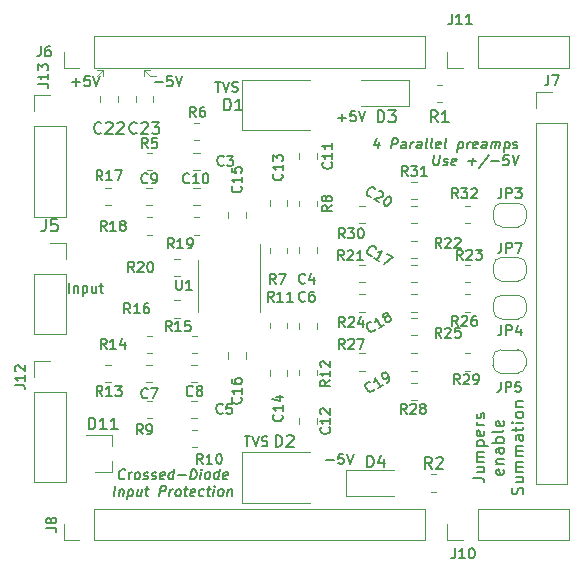
<source format=gbr>
%TF.GenerationSoftware,KiCad,Pcbnew,(5.1.9)-1*%
%TF.CreationDate,2021-10-14T16:08:06-04:00*%
%TF.ProjectId,ModularPreamp-ParallelInputs,4d6f6475-6c61-4725-9072-65616d702d50,rev?*%
%TF.SameCoordinates,Original*%
%TF.FileFunction,Legend,Top*%
%TF.FilePolarity,Positive*%
%FSLAX46Y46*%
G04 Gerber Fmt 4.6, Leading zero omitted, Abs format (unit mm)*
G04 Created by KiCad (PCBNEW (5.1.9)-1) date 2021-10-14 16:08:06*
%MOMM*%
%LPD*%
G01*
G04 APERTURE LIST*
%ADD10C,0.150000*%
%ADD11C,0.120000*%
G04 APERTURE END LIST*
D10*
X126907142Y-80560714D02*
X127554761Y-80560714D01*
X127230952Y-80884523D02*
X127230952Y-80236904D01*
X128364285Y-80034523D02*
X127959523Y-80034523D01*
X127919047Y-80439285D01*
X127959523Y-80398809D01*
X128040476Y-80358333D01*
X128242857Y-80358333D01*
X128323809Y-80398809D01*
X128364285Y-80439285D01*
X128404761Y-80520238D01*
X128404761Y-80722619D01*
X128364285Y-80803571D01*
X128323809Y-80844047D01*
X128242857Y-80884523D01*
X128040476Y-80884523D01*
X127959523Y-80844047D01*
X127919047Y-80803571D01*
X128647619Y-80034523D02*
X128930952Y-80884523D01*
X129214285Y-80034523D01*
X116488095Y-77534523D02*
X116973809Y-77534523D01*
X116730952Y-78384523D02*
X116730952Y-77534523D01*
X117135714Y-77534523D02*
X117419047Y-78384523D01*
X117702380Y-77534523D01*
X117945238Y-78344047D02*
X118066666Y-78384523D01*
X118269047Y-78384523D01*
X118350000Y-78344047D01*
X118390476Y-78303571D01*
X118430952Y-78222619D01*
X118430952Y-78141666D01*
X118390476Y-78060714D01*
X118350000Y-78020238D01*
X118269047Y-77979761D01*
X118107142Y-77939285D01*
X118026190Y-77898809D01*
X117985714Y-77858333D01*
X117945238Y-77777380D01*
X117945238Y-77696428D01*
X117985714Y-77615476D01*
X118026190Y-77575000D01*
X118107142Y-77534523D01*
X118309523Y-77534523D01*
X118430952Y-77575000D01*
X118988095Y-107534523D02*
X119473809Y-107534523D01*
X119230952Y-108384523D02*
X119230952Y-107534523D01*
X119635714Y-107534523D02*
X119919047Y-108384523D01*
X120202380Y-107534523D01*
X120445238Y-108344047D02*
X120566666Y-108384523D01*
X120769047Y-108384523D01*
X120850000Y-108344047D01*
X120890476Y-108303571D01*
X120930952Y-108222619D01*
X120930952Y-108141666D01*
X120890476Y-108060714D01*
X120850000Y-108020238D01*
X120769047Y-107979761D01*
X120607142Y-107939285D01*
X120526190Y-107898809D01*
X120485714Y-107858333D01*
X120445238Y-107777380D01*
X120445238Y-107696428D01*
X120485714Y-107615476D01*
X120526190Y-107575000D01*
X120607142Y-107534523D01*
X120809523Y-107534523D01*
X120930952Y-107575000D01*
X125907142Y-109560714D02*
X126554761Y-109560714D01*
X127364285Y-109034523D02*
X126959523Y-109034523D01*
X126919047Y-109439285D01*
X126959523Y-109398809D01*
X127040476Y-109358333D01*
X127242857Y-109358333D01*
X127323809Y-109398809D01*
X127364285Y-109439285D01*
X127404761Y-109520238D01*
X127404761Y-109722619D01*
X127364285Y-109803571D01*
X127323809Y-109844047D01*
X127242857Y-109884523D01*
X127040476Y-109884523D01*
X126959523Y-109844047D01*
X126919047Y-109803571D01*
X127647619Y-109034523D02*
X127930952Y-109884523D01*
X128214285Y-109034523D01*
X108814970Y-111091071D02*
X108769434Y-111131547D01*
X108642946Y-111172023D01*
X108561994Y-111172023D01*
X108445625Y-111131547D01*
X108374791Y-111050595D01*
X108344434Y-110969642D01*
X108324196Y-110807738D01*
X108339375Y-110686309D01*
X108400089Y-110524404D01*
X108450684Y-110443452D01*
X108541755Y-110362500D01*
X108668244Y-110322023D01*
X108749196Y-110322023D01*
X108865565Y-110362500D01*
X108900982Y-110402976D01*
X109169136Y-111172023D02*
X109239970Y-110605357D01*
X109219732Y-110767261D02*
X109270327Y-110686309D01*
X109315863Y-110645833D01*
X109401875Y-110605357D01*
X109482827Y-110605357D01*
X109816755Y-111172023D02*
X109740863Y-111131547D01*
X109705446Y-111091071D01*
X109675089Y-111010119D01*
X109705446Y-110767261D01*
X109756041Y-110686309D01*
X109801577Y-110645833D01*
X109887589Y-110605357D01*
X110009017Y-110605357D01*
X110084910Y-110645833D01*
X110120327Y-110686309D01*
X110150684Y-110767261D01*
X110120327Y-111010119D01*
X110069732Y-111091071D01*
X110024196Y-111131547D01*
X109938184Y-111172023D01*
X109816755Y-111172023D01*
X110428958Y-111131547D02*
X110504851Y-111172023D01*
X110666755Y-111172023D01*
X110752767Y-111131547D01*
X110803363Y-111050595D01*
X110808422Y-111010119D01*
X110778065Y-110929166D01*
X110702172Y-110888690D01*
X110580744Y-110888690D01*
X110504851Y-110848214D01*
X110474494Y-110767261D01*
X110479553Y-110726785D01*
X110530148Y-110645833D01*
X110616160Y-110605357D01*
X110737589Y-110605357D01*
X110813482Y-110645833D01*
X111117053Y-111131547D02*
X111192946Y-111172023D01*
X111354851Y-111172023D01*
X111440863Y-111131547D01*
X111491458Y-111050595D01*
X111496517Y-111010119D01*
X111466160Y-110929166D01*
X111390267Y-110888690D01*
X111268839Y-110888690D01*
X111192946Y-110848214D01*
X111162589Y-110767261D01*
X111167648Y-110726785D01*
X111218244Y-110645833D01*
X111304255Y-110605357D01*
X111425684Y-110605357D01*
X111501577Y-110645833D01*
X112169434Y-111131547D02*
X112083422Y-111172023D01*
X111921517Y-111172023D01*
X111845625Y-111131547D01*
X111815267Y-111050595D01*
X111855744Y-110726785D01*
X111906339Y-110645833D01*
X111992351Y-110605357D01*
X112154255Y-110605357D01*
X112230148Y-110645833D01*
X112260505Y-110726785D01*
X112250386Y-110807738D01*
X111835505Y-110888690D01*
X112933422Y-111172023D02*
X113039672Y-110322023D01*
X112938482Y-111131547D02*
X112852470Y-111172023D01*
X112690565Y-111172023D01*
X112614672Y-111131547D01*
X112579255Y-111091071D01*
X112548898Y-111010119D01*
X112579255Y-110767261D01*
X112629851Y-110686309D01*
X112675386Y-110645833D01*
X112761398Y-110605357D01*
X112923303Y-110605357D01*
X112999196Y-110645833D01*
X113378660Y-110848214D02*
X114026279Y-110848214D01*
X114390565Y-111172023D02*
X114496815Y-110322023D01*
X114699196Y-110322023D01*
X114815565Y-110362500D01*
X114886398Y-110443452D01*
X114916755Y-110524404D01*
X114936994Y-110686309D01*
X114921815Y-110807738D01*
X114861101Y-110969642D01*
X114810505Y-111050595D01*
X114719434Y-111131547D01*
X114592946Y-111172023D01*
X114390565Y-111172023D01*
X115240565Y-111172023D02*
X115311398Y-110605357D01*
X115346815Y-110322023D02*
X115301279Y-110362500D01*
X115336696Y-110402976D01*
X115382232Y-110362500D01*
X115346815Y-110322023D01*
X115336696Y-110402976D01*
X115766755Y-111172023D02*
X115690863Y-111131547D01*
X115655446Y-111091071D01*
X115625089Y-111010119D01*
X115655446Y-110767261D01*
X115706041Y-110686309D01*
X115751577Y-110645833D01*
X115837589Y-110605357D01*
X115959017Y-110605357D01*
X116034910Y-110645833D01*
X116070327Y-110686309D01*
X116100684Y-110767261D01*
X116070327Y-111010119D01*
X116019732Y-111091071D01*
X115974196Y-111131547D01*
X115888184Y-111172023D01*
X115766755Y-111172023D01*
X116778660Y-111172023D02*
X116884910Y-110322023D01*
X116783720Y-111131547D02*
X116697708Y-111172023D01*
X116535803Y-111172023D01*
X116459910Y-111131547D01*
X116424494Y-111091071D01*
X116394136Y-111010119D01*
X116424494Y-110767261D01*
X116475089Y-110686309D01*
X116520625Y-110645833D01*
X116606636Y-110605357D01*
X116768541Y-110605357D01*
X116844434Y-110645833D01*
X117512291Y-111131547D02*
X117426279Y-111172023D01*
X117264375Y-111172023D01*
X117188482Y-111131547D01*
X117158125Y-111050595D01*
X117198601Y-110726785D01*
X117249196Y-110645833D01*
X117335208Y-110605357D01*
X117497113Y-110605357D01*
X117573005Y-110645833D01*
X117603363Y-110726785D01*
X117593244Y-110807738D01*
X117178363Y-110888690D01*
X107934613Y-112597023D02*
X108040863Y-111747023D01*
X108410208Y-112030357D02*
X108339375Y-112597023D01*
X108400089Y-112111309D02*
X108445625Y-112070833D01*
X108531636Y-112030357D01*
X108653065Y-112030357D01*
X108728958Y-112070833D01*
X108759315Y-112151785D01*
X108703660Y-112597023D01*
X109179255Y-112030357D02*
X109073005Y-112880357D01*
X109174196Y-112070833D02*
X109260208Y-112030357D01*
X109422113Y-112030357D01*
X109498005Y-112070833D01*
X109533422Y-112111309D01*
X109563779Y-112192261D01*
X109533422Y-112435119D01*
X109482827Y-112516071D01*
X109437291Y-112556547D01*
X109351279Y-112597023D01*
X109189375Y-112597023D01*
X109113482Y-112556547D01*
X110312589Y-112030357D02*
X110241755Y-112597023D01*
X109948303Y-112030357D02*
X109892648Y-112475595D01*
X109923005Y-112556547D01*
X109998898Y-112597023D01*
X110120327Y-112597023D01*
X110206339Y-112556547D01*
X110251875Y-112516071D01*
X110595922Y-112030357D02*
X110919732Y-112030357D01*
X110752767Y-111747023D02*
X110661696Y-112475595D01*
X110692053Y-112556547D01*
X110767946Y-112597023D01*
X110848898Y-112597023D01*
X111779851Y-112597023D02*
X111886101Y-111747023D01*
X112209910Y-111747023D01*
X112285803Y-111787500D01*
X112321220Y-111827976D01*
X112351577Y-111908928D01*
X112336398Y-112030357D01*
X112285803Y-112111309D01*
X112240267Y-112151785D01*
X112154255Y-112192261D01*
X111830446Y-112192261D01*
X112629851Y-112597023D02*
X112700684Y-112030357D01*
X112680446Y-112192261D02*
X112731041Y-112111309D01*
X112776577Y-112070833D01*
X112862589Y-112030357D01*
X112943541Y-112030357D01*
X113277470Y-112597023D02*
X113201577Y-112556547D01*
X113166160Y-112516071D01*
X113135803Y-112435119D01*
X113166160Y-112192261D01*
X113216755Y-112111309D01*
X113262291Y-112070833D01*
X113348303Y-112030357D01*
X113469732Y-112030357D01*
X113545624Y-112070833D01*
X113581041Y-112111309D01*
X113611398Y-112192261D01*
X113581041Y-112435119D01*
X113530446Y-112516071D01*
X113484910Y-112556547D01*
X113398898Y-112597023D01*
X113277470Y-112597023D01*
X113874494Y-112030357D02*
X114198303Y-112030357D01*
X114031339Y-111747023D02*
X113940267Y-112475595D01*
X113970625Y-112556547D01*
X114046517Y-112597023D01*
X114127470Y-112597023D01*
X114739672Y-112556547D02*
X114653660Y-112597023D01*
X114491755Y-112597023D01*
X114415863Y-112556547D01*
X114385505Y-112475595D01*
X114425982Y-112151785D01*
X114476577Y-112070833D01*
X114562589Y-112030357D01*
X114724494Y-112030357D01*
X114800386Y-112070833D01*
X114830744Y-112151785D01*
X114820625Y-112232738D01*
X114405744Y-112313690D01*
X115508720Y-112556547D02*
X115422708Y-112597023D01*
X115260803Y-112597023D01*
X115184910Y-112556547D01*
X115149494Y-112516071D01*
X115119136Y-112435119D01*
X115149494Y-112192261D01*
X115200089Y-112111309D01*
X115245624Y-112070833D01*
X115331636Y-112030357D01*
X115493541Y-112030357D01*
X115569434Y-112070833D01*
X115817351Y-112030357D02*
X116141160Y-112030357D01*
X115974196Y-111747023D02*
X115883124Y-112475595D01*
X115913482Y-112556547D01*
X115989375Y-112597023D01*
X116070327Y-112597023D01*
X116353660Y-112597023D02*
X116424494Y-112030357D01*
X116459910Y-111747023D02*
X116414374Y-111787500D01*
X116449791Y-111827976D01*
X116495327Y-111787500D01*
X116459910Y-111747023D01*
X116449791Y-111827976D01*
X116879851Y-112597023D02*
X116803958Y-112556547D01*
X116768541Y-112516071D01*
X116738184Y-112435119D01*
X116768541Y-112192261D01*
X116819136Y-112111309D01*
X116864672Y-112070833D01*
X116950684Y-112030357D01*
X117072113Y-112030357D01*
X117148005Y-112070833D01*
X117183422Y-112111309D01*
X117213779Y-112192261D01*
X117183422Y-112435119D01*
X117132827Y-112516071D01*
X117087291Y-112556547D01*
X117001279Y-112597023D01*
X116879851Y-112597023D01*
X117598303Y-112030357D02*
X117527470Y-112597023D01*
X117588184Y-112111309D02*
X117633720Y-112070833D01*
X117719732Y-112030357D01*
X117841160Y-112030357D01*
X117917053Y-112070833D01*
X117947410Y-112151785D01*
X117891755Y-112597023D01*
X104103571Y-95384523D02*
X104103571Y-94534523D01*
X104508333Y-94817857D02*
X104508333Y-95384523D01*
X104508333Y-94898809D02*
X104548809Y-94858333D01*
X104629761Y-94817857D01*
X104751190Y-94817857D01*
X104832142Y-94858333D01*
X104872619Y-94939285D01*
X104872619Y-95384523D01*
X105277380Y-94817857D02*
X105277380Y-95667857D01*
X105277380Y-94858333D02*
X105358333Y-94817857D01*
X105520238Y-94817857D01*
X105601190Y-94858333D01*
X105641666Y-94898809D01*
X105682142Y-94979761D01*
X105682142Y-95222619D01*
X105641666Y-95303571D01*
X105601190Y-95344047D01*
X105520238Y-95384523D01*
X105358333Y-95384523D01*
X105277380Y-95344047D01*
X106410714Y-94817857D02*
X106410714Y-95384523D01*
X106046428Y-94817857D02*
X106046428Y-95263095D01*
X106086904Y-95344047D01*
X106167857Y-95384523D01*
X106289285Y-95384523D01*
X106370238Y-95344047D01*
X106410714Y-95303571D01*
X106694047Y-94817857D02*
X107017857Y-94817857D01*
X106815476Y-94534523D02*
X106815476Y-95263095D01*
X106855952Y-95344047D01*
X106936904Y-95384523D01*
X107017857Y-95384523D01*
D11*
X107000000Y-76500000D02*
X107000000Y-77000000D01*
X107000000Y-76500000D02*
X106500000Y-76500000D01*
X111000000Y-77000000D02*
X111500000Y-77000000D01*
X110500000Y-76500000D02*
X111000000Y-77000000D01*
X110500000Y-76500000D02*
X111000000Y-76500000D01*
X110500000Y-77000000D02*
X110500000Y-76500000D01*
X110500000Y-76500000D02*
X110500000Y-77000000D01*
X107000000Y-76500000D02*
X106500000Y-77000000D01*
D10*
X111407142Y-77560714D02*
X112054761Y-77560714D01*
X112864285Y-77034523D02*
X112459523Y-77034523D01*
X112419047Y-77439285D01*
X112459523Y-77398809D01*
X112540476Y-77358333D01*
X112742857Y-77358333D01*
X112823809Y-77398809D01*
X112864285Y-77439285D01*
X112904761Y-77520238D01*
X112904761Y-77722619D01*
X112864285Y-77803571D01*
X112823809Y-77844047D01*
X112742857Y-77884523D01*
X112540476Y-77884523D01*
X112459523Y-77844047D01*
X112419047Y-77803571D01*
X113147619Y-77034523D02*
X113430952Y-77884523D01*
X113714285Y-77034523D01*
X104407142Y-77560714D02*
X105054761Y-77560714D01*
X104730952Y-77884523D02*
X104730952Y-77236904D01*
X105864285Y-77034523D02*
X105459523Y-77034523D01*
X105419047Y-77439285D01*
X105459523Y-77398809D01*
X105540476Y-77358333D01*
X105742857Y-77358333D01*
X105823809Y-77398809D01*
X105864285Y-77439285D01*
X105904761Y-77520238D01*
X105904761Y-77722619D01*
X105864285Y-77803571D01*
X105823809Y-77844047D01*
X105742857Y-77884523D01*
X105540476Y-77884523D01*
X105459523Y-77844047D01*
X105419047Y-77803571D01*
X106147619Y-77034523D02*
X106430952Y-77884523D01*
X106714285Y-77034523D01*
X138302380Y-111071428D02*
X139016666Y-111071428D01*
X139159523Y-111119047D01*
X139254761Y-111214285D01*
X139302380Y-111357142D01*
X139302380Y-111452380D01*
X138635714Y-110166666D02*
X139302380Y-110166666D01*
X138635714Y-110595238D02*
X139159523Y-110595238D01*
X139254761Y-110547619D01*
X139302380Y-110452380D01*
X139302380Y-110309523D01*
X139254761Y-110214285D01*
X139207142Y-110166666D01*
X139302380Y-109690476D02*
X138635714Y-109690476D01*
X138730952Y-109690476D02*
X138683333Y-109642857D01*
X138635714Y-109547619D01*
X138635714Y-109404761D01*
X138683333Y-109309523D01*
X138778571Y-109261904D01*
X139302380Y-109261904D01*
X138778571Y-109261904D02*
X138683333Y-109214285D01*
X138635714Y-109119047D01*
X138635714Y-108976190D01*
X138683333Y-108880952D01*
X138778571Y-108833333D01*
X139302380Y-108833333D01*
X138635714Y-108357142D02*
X139635714Y-108357142D01*
X138683333Y-108357142D02*
X138635714Y-108261904D01*
X138635714Y-108071428D01*
X138683333Y-107976190D01*
X138730952Y-107928571D01*
X138826190Y-107880952D01*
X139111904Y-107880952D01*
X139207142Y-107928571D01*
X139254761Y-107976190D01*
X139302380Y-108071428D01*
X139302380Y-108261904D01*
X139254761Y-108357142D01*
X139254761Y-107071428D02*
X139302380Y-107166666D01*
X139302380Y-107357142D01*
X139254761Y-107452380D01*
X139159523Y-107500000D01*
X138778571Y-107500000D01*
X138683333Y-107452380D01*
X138635714Y-107357142D01*
X138635714Y-107166666D01*
X138683333Y-107071428D01*
X138778571Y-107023809D01*
X138873809Y-107023809D01*
X138969047Y-107500000D01*
X139302380Y-106595238D02*
X138635714Y-106595238D01*
X138826190Y-106595238D02*
X138730952Y-106547619D01*
X138683333Y-106500000D01*
X138635714Y-106404761D01*
X138635714Y-106309523D01*
X139254761Y-106023809D02*
X139302380Y-105928571D01*
X139302380Y-105738095D01*
X139254761Y-105642857D01*
X139159523Y-105595238D01*
X139111904Y-105595238D01*
X139016666Y-105642857D01*
X138969047Y-105738095D01*
X138969047Y-105880952D01*
X138921428Y-105976190D01*
X138826190Y-106023809D01*
X138778571Y-106023809D01*
X138683333Y-105976190D01*
X138635714Y-105880952D01*
X138635714Y-105738095D01*
X138683333Y-105642857D01*
X140904761Y-110357142D02*
X140952380Y-110452380D01*
X140952380Y-110642857D01*
X140904761Y-110738095D01*
X140809523Y-110785714D01*
X140428571Y-110785714D01*
X140333333Y-110738095D01*
X140285714Y-110642857D01*
X140285714Y-110452380D01*
X140333333Y-110357142D01*
X140428571Y-110309523D01*
X140523809Y-110309523D01*
X140619047Y-110785714D01*
X140285714Y-109880952D02*
X140952380Y-109880952D01*
X140380952Y-109880952D02*
X140333333Y-109833333D01*
X140285714Y-109738095D01*
X140285714Y-109595238D01*
X140333333Y-109500000D01*
X140428571Y-109452380D01*
X140952380Y-109452380D01*
X140952380Y-108547619D02*
X140428571Y-108547619D01*
X140333333Y-108595238D01*
X140285714Y-108690476D01*
X140285714Y-108880952D01*
X140333333Y-108976190D01*
X140904761Y-108547619D02*
X140952380Y-108642857D01*
X140952380Y-108880952D01*
X140904761Y-108976190D01*
X140809523Y-109023809D01*
X140714285Y-109023809D01*
X140619047Y-108976190D01*
X140571428Y-108880952D01*
X140571428Y-108642857D01*
X140523809Y-108547619D01*
X140952380Y-108071428D02*
X139952380Y-108071428D01*
X140333333Y-108071428D02*
X140285714Y-107976190D01*
X140285714Y-107785714D01*
X140333333Y-107690476D01*
X140380952Y-107642857D01*
X140476190Y-107595238D01*
X140761904Y-107595238D01*
X140857142Y-107642857D01*
X140904761Y-107690476D01*
X140952380Y-107785714D01*
X140952380Y-107976190D01*
X140904761Y-108071428D01*
X140952380Y-107023809D02*
X140904761Y-107119047D01*
X140809523Y-107166666D01*
X139952380Y-107166666D01*
X140904761Y-106261904D02*
X140952380Y-106357142D01*
X140952380Y-106547619D01*
X140904761Y-106642857D01*
X140809523Y-106690476D01*
X140428571Y-106690476D01*
X140333333Y-106642857D01*
X140285714Y-106547619D01*
X140285714Y-106357142D01*
X140333333Y-106261904D01*
X140428571Y-106214285D01*
X140523809Y-106214285D01*
X140619047Y-106690476D01*
X142554761Y-112452380D02*
X142602380Y-112309523D01*
X142602380Y-112071428D01*
X142554761Y-111976190D01*
X142507142Y-111928571D01*
X142411904Y-111880952D01*
X142316666Y-111880952D01*
X142221428Y-111928571D01*
X142173809Y-111976190D01*
X142126190Y-112071428D01*
X142078571Y-112261904D01*
X142030952Y-112357142D01*
X141983333Y-112404761D01*
X141888095Y-112452380D01*
X141792857Y-112452380D01*
X141697619Y-112404761D01*
X141650000Y-112357142D01*
X141602380Y-112261904D01*
X141602380Y-112023809D01*
X141650000Y-111880952D01*
X141935714Y-111023809D02*
X142602380Y-111023809D01*
X141935714Y-111452380D02*
X142459523Y-111452380D01*
X142554761Y-111404761D01*
X142602380Y-111309523D01*
X142602380Y-111166666D01*
X142554761Y-111071428D01*
X142507142Y-111023809D01*
X142602380Y-110547619D02*
X141935714Y-110547619D01*
X142030952Y-110547619D02*
X141983333Y-110500000D01*
X141935714Y-110404761D01*
X141935714Y-110261904D01*
X141983333Y-110166666D01*
X142078571Y-110119047D01*
X142602380Y-110119047D01*
X142078571Y-110119047D02*
X141983333Y-110071428D01*
X141935714Y-109976190D01*
X141935714Y-109833333D01*
X141983333Y-109738095D01*
X142078571Y-109690476D01*
X142602380Y-109690476D01*
X142602380Y-109214285D02*
X141935714Y-109214285D01*
X142030952Y-109214285D02*
X141983333Y-109166666D01*
X141935714Y-109071428D01*
X141935714Y-108928571D01*
X141983333Y-108833333D01*
X142078571Y-108785714D01*
X142602380Y-108785714D01*
X142078571Y-108785714D02*
X141983333Y-108738095D01*
X141935714Y-108642857D01*
X141935714Y-108500000D01*
X141983333Y-108404761D01*
X142078571Y-108357142D01*
X142602380Y-108357142D01*
X142602380Y-107452380D02*
X142078571Y-107452380D01*
X141983333Y-107500000D01*
X141935714Y-107595238D01*
X141935714Y-107785714D01*
X141983333Y-107880952D01*
X142554761Y-107452380D02*
X142602380Y-107547619D01*
X142602380Y-107785714D01*
X142554761Y-107880952D01*
X142459523Y-107928571D01*
X142364285Y-107928571D01*
X142269047Y-107880952D01*
X142221428Y-107785714D01*
X142221428Y-107547619D01*
X142173809Y-107452380D01*
X141935714Y-107119047D02*
X141935714Y-106738095D01*
X141602380Y-106976190D02*
X142459523Y-106976190D01*
X142554761Y-106928571D01*
X142602380Y-106833333D01*
X142602380Y-106738095D01*
X142602380Y-106404761D02*
X141935714Y-106404761D01*
X141602380Y-106404761D02*
X141650000Y-106452380D01*
X141697619Y-106404761D01*
X141650000Y-106357142D01*
X141602380Y-106404761D01*
X141697619Y-106404761D01*
X142602380Y-105785714D02*
X142554761Y-105880952D01*
X142507142Y-105928571D01*
X142411904Y-105976190D01*
X142126190Y-105976190D01*
X142030952Y-105928571D01*
X141983333Y-105880952D01*
X141935714Y-105785714D01*
X141935714Y-105642857D01*
X141983333Y-105547619D01*
X142030952Y-105500000D01*
X142126190Y-105452380D01*
X142411904Y-105452380D01*
X142507142Y-105500000D01*
X142554761Y-105547619D01*
X142602380Y-105642857D01*
X142602380Y-105785714D01*
X141935714Y-105023809D02*
X142602380Y-105023809D01*
X142030952Y-105023809D02*
X141983333Y-104976190D01*
X141935714Y-104880952D01*
X141935714Y-104738095D01*
X141983333Y-104642857D01*
X142078571Y-104595238D01*
X142602380Y-104595238D01*
X130394642Y-82605357D02*
X130323809Y-83172023D01*
X130232738Y-82281547D02*
X129954464Y-82888690D01*
X130480654Y-82888690D01*
X131416666Y-83172023D02*
X131522916Y-82322023D01*
X131846726Y-82322023D01*
X131922619Y-82362500D01*
X131958035Y-82402976D01*
X131988392Y-82483928D01*
X131973214Y-82605357D01*
X131922619Y-82686309D01*
X131877083Y-82726785D01*
X131791071Y-82767261D01*
X131467261Y-82767261D01*
X132630952Y-83172023D02*
X132686607Y-82726785D01*
X132656250Y-82645833D01*
X132580357Y-82605357D01*
X132418452Y-82605357D01*
X132332440Y-82645833D01*
X132636011Y-83131547D02*
X132550000Y-83172023D01*
X132347619Y-83172023D01*
X132271726Y-83131547D01*
X132241369Y-83050595D01*
X132251488Y-82969642D01*
X132302083Y-82888690D01*
X132388095Y-82848214D01*
X132590476Y-82848214D01*
X132676488Y-82807738D01*
X133035714Y-83172023D02*
X133106547Y-82605357D01*
X133086309Y-82767261D02*
X133136904Y-82686309D01*
X133182440Y-82645833D01*
X133268452Y-82605357D01*
X133349404Y-82605357D01*
X133926190Y-83172023D02*
X133981845Y-82726785D01*
X133951488Y-82645833D01*
X133875595Y-82605357D01*
X133713690Y-82605357D01*
X133627678Y-82645833D01*
X133931250Y-83131547D02*
X133845238Y-83172023D01*
X133642857Y-83172023D01*
X133566964Y-83131547D01*
X133536607Y-83050595D01*
X133546726Y-82969642D01*
X133597321Y-82888690D01*
X133683333Y-82848214D01*
X133885714Y-82848214D01*
X133971726Y-82807738D01*
X134452380Y-83172023D02*
X134376488Y-83131547D01*
X134346130Y-83050595D01*
X134437202Y-82322023D01*
X134897619Y-83172023D02*
X134821726Y-83131547D01*
X134791369Y-83050595D01*
X134882440Y-82322023D01*
X135550297Y-83131547D02*
X135464285Y-83172023D01*
X135302380Y-83172023D01*
X135226488Y-83131547D01*
X135196130Y-83050595D01*
X135236607Y-82726785D01*
X135287202Y-82645833D01*
X135373214Y-82605357D01*
X135535119Y-82605357D01*
X135611011Y-82645833D01*
X135641369Y-82726785D01*
X135631250Y-82807738D01*
X135216369Y-82888690D01*
X136071428Y-83172023D02*
X135995535Y-83131547D01*
X135965178Y-83050595D01*
X136056250Y-82322023D01*
X137113690Y-82605357D02*
X137007440Y-83455357D01*
X137108630Y-82645833D02*
X137194642Y-82605357D01*
X137356547Y-82605357D01*
X137432440Y-82645833D01*
X137467857Y-82686309D01*
X137498214Y-82767261D01*
X137467857Y-83010119D01*
X137417261Y-83091071D01*
X137371726Y-83131547D01*
X137285714Y-83172023D01*
X137123809Y-83172023D01*
X137047916Y-83131547D01*
X137811904Y-83172023D02*
X137882738Y-82605357D01*
X137862500Y-82767261D02*
X137913095Y-82686309D01*
X137958630Y-82645833D01*
X138044642Y-82605357D01*
X138125595Y-82605357D01*
X138666964Y-83131547D02*
X138580952Y-83172023D01*
X138419047Y-83172023D01*
X138343154Y-83131547D01*
X138312797Y-83050595D01*
X138353273Y-82726785D01*
X138403869Y-82645833D01*
X138489880Y-82605357D01*
X138651785Y-82605357D01*
X138727678Y-82645833D01*
X138758035Y-82726785D01*
X138747916Y-82807738D01*
X138333035Y-82888690D01*
X139430952Y-83172023D02*
X139486607Y-82726785D01*
X139456250Y-82645833D01*
X139380357Y-82605357D01*
X139218452Y-82605357D01*
X139132440Y-82645833D01*
X139436011Y-83131547D02*
X139350000Y-83172023D01*
X139147619Y-83172023D01*
X139071726Y-83131547D01*
X139041369Y-83050595D01*
X139051488Y-82969642D01*
X139102083Y-82888690D01*
X139188095Y-82848214D01*
X139390476Y-82848214D01*
X139476488Y-82807738D01*
X139835714Y-83172023D02*
X139906547Y-82605357D01*
X139896428Y-82686309D02*
X139941964Y-82645833D01*
X140027976Y-82605357D01*
X140149404Y-82605357D01*
X140225297Y-82645833D01*
X140255654Y-82726785D01*
X140200000Y-83172023D01*
X140255654Y-82726785D02*
X140306250Y-82645833D01*
X140392261Y-82605357D01*
X140513690Y-82605357D01*
X140589583Y-82645833D01*
X140619940Y-82726785D01*
X140564285Y-83172023D01*
X141039880Y-82605357D02*
X140933630Y-83455357D01*
X141034821Y-82645833D02*
X141120833Y-82605357D01*
X141282738Y-82605357D01*
X141358630Y-82645833D01*
X141394047Y-82686309D01*
X141424404Y-82767261D01*
X141394047Y-83010119D01*
X141343452Y-83091071D01*
X141297916Y-83131547D01*
X141211904Y-83172023D01*
X141050000Y-83172023D01*
X140974107Y-83131547D01*
X141702678Y-83131547D02*
X141778571Y-83172023D01*
X141940476Y-83172023D01*
X142026488Y-83131547D01*
X142077083Y-83050595D01*
X142082142Y-83010119D01*
X142051785Y-82929166D01*
X141975892Y-82888690D01*
X141854464Y-82888690D01*
X141778571Y-82848214D01*
X141748214Y-82767261D01*
X141753273Y-82726785D01*
X141803869Y-82645833D01*
X141889880Y-82605357D01*
X142011309Y-82605357D01*
X142087202Y-82645833D01*
X135044345Y-83747023D02*
X134958333Y-84435119D01*
X134988690Y-84516071D01*
X135024107Y-84556547D01*
X135100000Y-84597023D01*
X135261904Y-84597023D01*
X135347916Y-84556547D01*
X135393452Y-84516071D01*
X135444047Y-84435119D01*
X135530059Y-83747023D01*
X135793154Y-84556547D02*
X135869047Y-84597023D01*
X136030952Y-84597023D01*
X136116964Y-84556547D01*
X136167559Y-84475595D01*
X136172619Y-84435119D01*
X136142261Y-84354166D01*
X136066369Y-84313690D01*
X135944940Y-84313690D01*
X135869047Y-84273214D01*
X135838690Y-84192261D01*
X135843750Y-84151785D01*
X135894345Y-84070833D01*
X135980357Y-84030357D01*
X136101785Y-84030357D01*
X136177678Y-84070833D01*
X136845535Y-84556547D02*
X136759523Y-84597023D01*
X136597619Y-84597023D01*
X136521726Y-84556547D01*
X136491369Y-84475595D01*
X136531845Y-84151785D01*
X136582440Y-84070833D01*
X136668452Y-84030357D01*
X136830357Y-84030357D01*
X136906250Y-84070833D01*
X136936607Y-84151785D01*
X136926488Y-84232738D01*
X136511607Y-84313690D01*
X137933333Y-84273214D02*
X138580952Y-84273214D01*
X138216666Y-84597023D02*
X138297619Y-83949404D01*
X139663690Y-83706547D02*
X138798511Y-84799404D01*
X139876190Y-84273214D02*
X140523809Y-84273214D01*
X141399107Y-83747023D02*
X140994345Y-83747023D01*
X140903273Y-84151785D01*
X140948809Y-84111309D01*
X141034821Y-84070833D01*
X141237202Y-84070833D01*
X141313095Y-84111309D01*
X141348511Y-84151785D01*
X141378869Y-84232738D01*
X141353571Y-84435119D01*
X141302976Y-84516071D01*
X141257440Y-84556547D01*
X141171428Y-84597023D01*
X140969047Y-84597023D01*
X140893154Y-84556547D01*
X140857738Y-84516071D01*
X141682440Y-83747023D02*
X141859523Y-84597023D01*
X142249107Y-83747023D01*
D11*
%TO.C,R2*%
X134772936Y-112235000D02*
X135227064Y-112235000D01*
X134772936Y-110765000D02*
X135227064Y-110765000D01*
%TO.C,R1*%
X135272936Y-79235000D02*
X135727064Y-79235000D01*
X135272936Y-77765000D02*
X135727064Y-77765000D01*
%TO.C,D4*%
X127590000Y-112585000D02*
X131675000Y-112585000D01*
X127590000Y-110415000D02*
X127590000Y-112585000D01*
X131675000Y-110415000D02*
X127590000Y-110415000D01*
%TO.C,D3*%
X132910000Y-77415000D02*
X128825000Y-77415000D01*
X132910000Y-79585000D02*
X132910000Y-77415000D01*
X128825000Y-79585000D02*
X132910000Y-79585000D01*
%TO.C,D2*%
X118800000Y-108850000D02*
X124500000Y-108850000D01*
X118800000Y-113150000D02*
X124500000Y-113150000D01*
X118800000Y-108850000D02*
X118800000Y-113150000D01*
%TO.C,D1*%
X118800000Y-77350000D02*
X124500000Y-77350000D01*
X118800000Y-81650000D02*
X124500000Y-81650000D01*
X118800000Y-77350000D02*
X118800000Y-81650000D01*
%TO.C,C23*%
X111235000Y-79211252D02*
X111235000Y-78688748D01*
X109765000Y-79211252D02*
X109765000Y-78688748D01*
%TO.C,C22*%
X108235000Y-79211252D02*
X108235000Y-78688748D01*
X106765000Y-79211252D02*
X106765000Y-78688748D01*
%TO.C,J5*%
X102500000Y-91170000D02*
X103830000Y-91170000D01*
X103830000Y-91170000D02*
X103830000Y-92500000D01*
X103830000Y-93770000D02*
X103830000Y-98910000D01*
X101170000Y-98910000D02*
X103830000Y-98910000D01*
X101170000Y-93770000D02*
X101170000Y-98910000D01*
X101170000Y-93770000D02*
X103830000Y-93770000D01*
%TO.C,D11*%
X107760000Y-110580000D02*
X106300000Y-110580000D01*
X107760000Y-107420000D02*
X105600000Y-107420000D01*
X107760000Y-107420000D02*
X107760000Y-108350000D01*
X107760000Y-110580000D02*
X107760000Y-109650000D01*
%TO.C,JP7*%
X140750000Y-92400000D02*
X142150000Y-92400000D01*
X142850000Y-93100000D02*
X142850000Y-93700000D01*
X142150000Y-94400000D02*
X140750000Y-94400000D01*
X140050000Y-93700000D02*
X140050000Y-93100000D01*
X140050000Y-93100000D02*
G75*
G02*
X140750000Y-92400000I700000J0D01*
G01*
X140750000Y-94400000D02*
G75*
G02*
X140050000Y-93700000I0J700000D01*
G01*
X142850000Y-93700000D02*
G75*
G02*
X142150000Y-94400000I-700000J0D01*
G01*
X142150000Y-92400000D02*
G75*
G02*
X142850000Y-93100000I0J-700000D01*
G01*
%TO.C,JP5*%
X140700000Y-100200000D02*
X142100000Y-100200000D01*
X142800000Y-100900000D02*
X142800000Y-101500000D01*
X142100000Y-102200000D02*
X140700000Y-102200000D01*
X140000000Y-101500000D02*
X140000000Y-100900000D01*
X140000000Y-100900000D02*
G75*
G02*
X140700000Y-100200000I700000J0D01*
G01*
X140700000Y-102200000D02*
G75*
G02*
X140000000Y-101500000I0J700000D01*
G01*
X142800000Y-101500000D02*
G75*
G02*
X142100000Y-102200000I-700000J0D01*
G01*
X142100000Y-100200000D02*
G75*
G02*
X142800000Y-100900000I0J-700000D01*
G01*
%TO.C,JP4*%
X140750000Y-95600000D02*
X142150000Y-95600000D01*
X142850000Y-96300000D02*
X142850000Y-96900000D01*
X142150000Y-97600000D02*
X140750000Y-97600000D01*
X140050000Y-96900000D02*
X140050000Y-96300000D01*
X140050000Y-96300000D02*
G75*
G02*
X140750000Y-95600000I700000J0D01*
G01*
X140750000Y-97600000D02*
G75*
G02*
X140050000Y-96900000I0J700000D01*
G01*
X142850000Y-96900000D02*
G75*
G02*
X142150000Y-97600000I-700000J0D01*
G01*
X142150000Y-95600000D02*
G75*
G02*
X142850000Y-96300000I0J-700000D01*
G01*
%TO.C,JP3*%
X140750000Y-87800000D02*
X142150000Y-87800000D01*
X142850000Y-88500000D02*
X142850000Y-89100000D01*
X142150000Y-89800000D02*
X140750000Y-89800000D01*
X140050000Y-89100000D02*
X140050000Y-88500000D01*
X140050000Y-88500000D02*
G75*
G02*
X140750000Y-87800000I700000J0D01*
G01*
X140750000Y-89800000D02*
G75*
G02*
X140050000Y-89100000I0J700000D01*
G01*
X142850000Y-89100000D02*
G75*
G02*
X142150000Y-89800000I-700000J0D01*
G01*
X142150000Y-87800000D02*
G75*
G02*
X142850000Y-88500000I0J-700000D01*
G01*
%TO.C,J13*%
X101170000Y-78670000D02*
X102500000Y-78670000D01*
X101170000Y-80000000D02*
X101170000Y-78670000D01*
X101170000Y-81270000D02*
X103830000Y-81270000D01*
X103830000Y-81270000D02*
X103830000Y-88950000D01*
X101170000Y-81270000D02*
X101170000Y-88950000D01*
X101170000Y-88950000D02*
X103830000Y-88950000D01*
%TO.C,J12*%
X101170000Y-101170000D02*
X102500000Y-101170000D01*
X101170000Y-102500000D02*
X101170000Y-101170000D01*
X101170000Y-103770000D02*
X103830000Y-103770000D01*
X103830000Y-103770000D02*
X103830000Y-111450000D01*
X101170000Y-103770000D02*
X101170000Y-111450000D01*
X101170000Y-111450000D02*
X103830000Y-111450000D01*
%TO.C,J7*%
X143670000Y-78430000D02*
X145000000Y-78430000D01*
X143670000Y-79760000D02*
X143670000Y-78430000D01*
X143670000Y-81030000D02*
X146330000Y-81030000D01*
X146330000Y-81030000D02*
X146330000Y-111570000D01*
X143670000Y-81030000D02*
X143670000Y-111570000D01*
X143670000Y-111570000D02*
X146330000Y-111570000D01*
%TO.C,J11*%
X136170000Y-76330000D02*
X136170000Y-75000000D01*
X137500000Y-76330000D02*
X136170000Y-76330000D01*
X138770000Y-76330000D02*
X138770000Y-73670000D01*
X138770000Y-73670000D02*
X146450000Y-73670000D01*
X138770000Y-76330000D02*
X146450000Y-76330000D01*
X146450000Y-76330000D02*
X146450000Y-73670000D01*
%TO.C,J10*%
X136170000Y-116330000D02*
X136170000Y-115000000D01*
X137500000Y-116330000D02*
X136170000Y-116330000D01*
X138770000Y-116330000D02*
X138770000Y-113670000D01*
X138770000Y-113670000D02*
X146450000Y-113670000D01*
X138770000Y-116330000D02*
X146450000Y-116330000D01*
X146450000Y-116330000D02*
X146450000Y-113670000D01*
%TO.C,J8*%
X103670000Y-116330000D02*
X103670000Y-115000000D01*
X105000000Y-116330000D02*
X103670000Y-116330000D01*
X106270000Y-116330000D02*
X106270000Y-113670000D01*
X106270000Y-113670000D02*
X134270000Y-113670000D01*
X106270000Y-116330000D02*
X134270000Y-116330000D01*
X134270000Y-116330000D02*
X134270000Y-113670000D01*
%TO.C,J6*%
X103670000Y-76330000D02*
X103670000Y-75000000D01*
X105000000Y-76330000D02*
X103670000Y-76330000D01*
X106270000Y-76330000D02*
X106270000Y-73670000D01*
X106270000Y-73670000D02*
X134270000Y-73670000D01*
X106270000Y-76330000D02*
X134270000Y-76330000D01*
X134270000Y-76330000D02*
X134270000Y-73670000D01*
%TO.C,C8*%
X115003752Y-102985000D02*
X114481248Y-102985000D01*
X115003752Y-101515000D02*
X114481248Y-101515000D01*
%TO.C,C4*%
X125085000Y-91538748D02*
X125085000Y-92061252D01*
X123615000Y-91538748D02*
X123615000Y-92061252D01*
%TO.C,C20*%
X133586252Y-89485000D02*
X133063748Y-89485000D01*
X133586252Y-88015000D02*
X133063748Y-88015000D01*
%TO.C,C19*%
X133586252Y-101985000D02*
X133063748Y-101985000D01*
X133586252Y-100515000D02*
X133063748Y-100515000D01*
%TO.C,C18*%
X133586252Y-96985000D02*
X133063748Y-96985000D01*
X133586252Y-95515000D02*
X133063748Y-95515000D01*
%TO.C,C17*%
X133586252Y-94485000D02*
X133063748Y-94485000D01*
X133586252Y-93015000D02*
X133063748Y-93015000D01*
%TO.C,C16*%
X117615000Y-100961252D02*
X117615000Y-100438748D01*
X119085000Y-100961252D02*
X119085000Y-100438748D01*
%TO.C,C15*%
X119085000Y-88538748D02*
X119085000Y-89061252D01*
X117615000Y-88538748D02*
X117615000Y-89061252D01*
%TO.C,C14*%
X121115000Y-102461252D02*
X121115000Y-101938748D01*
X122585000Y-102461252D02*
X122585000Y-101938748D01*
%TO.C,C13*%
X122585000Y-87538748D02*
X122585000Y-88061252D01*
X121115000Y-87538748D02*
X121115000Y-88061252D01*
%TO.C,C12*%
X123615000Y-106511252D02*
X123615000Y-105988748D01*
X125085000Y-106511252D02*
X125085000Y-105988748D01*
%TO.C,C11*%
X125085000Y-83538748D02*
X125085000Y-84061252D01*
X123615000Y-83538748D02*
X123615000Y-84061252D01*
%TO.C,C10*%
X115178752Y-87985000D02*
X114656248Y-87985000D01*
X115178752Y-86515000D02*
X114656248Y-86515000D01*
%TO.C,C9*%
X111178752Y-87985000D02*
X110656248Y-87985000D01*
X111178752Y-86515000D02*
X110656248Y-86515000D01*
%TO.C,C7*%
X111178752Y-102985000D02*
X110656248Y-102985000D01*
X111178752Y-101515000D02*
X110656248Y-101515000D01*
%TO.C,C6*%
X123615000Y-98486252D02*
X123615000Y-97963748D01*
X125085000Y-98486252D02*
X125085000Y-97963748D01*
%TO.C,C5*%
X115003752Y-105985000D02*
X114481248Y-105985000D01*
X115003752Y-104515000D02*
X114481248Y-104515000D01*
%TO.C,C3*%
X115178752Y-84985000D02*
X114656248Y-84985000D01*
X115178752Y-83515000D02*
X114656248Y-83515000D01*
%TO.C,R32*%
X138077064Y-89485000D02*
X137622936Y-89485000D01*
X138077064Y-88015000D02*
X137622936Y-88015000D01*
%TO.C,R31*%
X133117936Y-86015000D02*
X133572064Y-86015000D01*
X133117936Y-87485000D02*
X133572064Y-87485000D01*
%TO.C,R30*%
X129164564Y-89485000D02*
X128710436Y-89485000D01*
X129164564Y-88015000D02*
X128710436Y-88015000D01*
%TO.C,R29*%
X138077064Y-101985000D02*
X137622936Y-101985000D01*
X138077064Y-100515000D02*
X137622936Y-100515000D01*
%TO.C,R28*%
X133117936Y-103015000D02*
X133572064Y-103015000D01*
X133117936Y-104485000D02*
X133572064Y-104485000D01*
%TO.C,R27*%
X129164564Y-101985000D02*
X128710436Y-101985000D01*
X129164564Y-100515000D02*
X128710436Y-100515000D01*
%TO.C,R26*%
X138077064Y-96985000D02*
X137622936Y-96985000D01*
X138077064Y-95515000D02*
X137622936Y-95515000D01*
%TO.C,R25*%
X133117936Y-97515000D02*
X133572064Y-97515000D01*
X133117936Y-98985000D02*
X133572064Y-98985000D01*
%TO.C,R24*%
X129164564Y-96985000D02*
X128710436Y-96985000D01*
X129164564Y-95515000D02*
X128710436Y-95515000D01*
%TO.C,R23*%
X138077064Y-94485000D02*
X137622936Y-94485000D01*
X138077064Y-93015000D02*
X137622936Y-93015000D01*
%TO.C,R22*%
X133117936Y-91015000D02*
X133572064Y-91015000D01*
X133117936Y-92485000D02*
X133572064Y-92485000D01*
%TO.C,R21*%
X129164564Y-94485000D02*
X128710436Y-94485000D01*
X129164564Y-93015000D02*
X128710436Y-93015000D01*
%TO.C,R19*%
X115164564Y-90485000D02*
X114710436Y-90485000D01*
X115164564Y-89015000D02*
X114710436Y-89015000D01*
%TO.C,R20*%
X113035436Y-92515000D02*
X113489564Y-92515000D01*
X113035436Y-93985000D02*
X113489564Y-93985000D01*
%TO.C,R18*%
X110710436Y-89015000D02*
X111164564Y-89015000D01*
X110710436Y-90485000D02*
X111164564Y-90485000D01*
%TO.C,R17*%
X107664564Y-87985000D02*
X107210436Y-87985000D01*
X107664564Y-86515000D02*
X107210436Y-86515000D01*
%TO.C,R16*%
X113035436Y-96015000D02*
X113489564Y-96015000D01*
X113035436Y-97485000D02*
X113489564Y-97485000D01*
%TO.C,R15*%
X114989564Y-100485000D02*
X114535436Y-100485000D01*
X114989564Y-99015000D02*
X114535436Y-99015000D01*
%TO.C,R14*%
X110710436Y-99015000D02*
X111164564Y-99015000D01*
X110710436Y-100485000D02*
X111164564Y-100485000D01*
%TO.C,R13*%
X107664564Y-102985000D02*
X107210436Y-102985000D01*
X107664564Y-101515000D02*
X107210436Y-101515000D01*
%TO.C,R12*%
X123615000Y-102389564D02*
X123615000Y-101935436D01*
X125085000Y-102389564D02*
X125085000Y-101935436D01*
%TO.C,R11*%
X121115000Y-98389564D02*
X121115000Y-97935436D01*
X122585000Y-98389564D02*
X122585000Y-97935436D01*
%TO.C,R10*%
X114535436Y-107015000D02*
X114989564Y-107015000D01*
X114535436Y-108485000D02*
X114989564Y-108485000D01*
%TO.C,R9*%
X111164564Y-105985000D02*
X110710436Y-105985000D01*
X111164564Y-104515000D02*
X110710436Y-104515000D01*
%TO.C,R8*%
X125085000Y-87610436D02*
X125085000Y-88064564D01*
X123615000Y-87610436D02*
X123615000Y-88064564D01*
%TO.C,R7*%
X122585000Y-91610436D02*
X122585000Y-92064564D01*
X121115000Y-91610436D02*
X121115000Y-92064564D01*
%TO.C,R6*%
X114710436Y-81015000D02*
X115164564Y-81015000D01*
X114710436Y-82485000D02*
X115164564Y-82485000D01*
%TO.C,R5*%
X111164564Y-84985000D02*
X110710436Y-84985000D01*
X111164564Y-83515000D02*
X110710436Y-83515000D01*
%TO.C,U1*%
X115070000Y-94830225D02*
X115070000Y-97030225D01*
X115070000Y-94830225D02*
X115070000Y-92630225D01*
X120290000Y-94830225D02*
X120290000Y-97030225D01*
X120290000Y-94830225D02*
X120290000Y-91230225D01*
%TO.C,R2*%
D10*
X134833333Y-110302380D02*
X134500000Y-109826190D01*
X134261904Y-110302380D02*
X134261904Y-109302380D01*
X134642857Y-109302380D01*
X134738095Y-109350000D01*
X134785714Y-109397619D01*
X134833333Y-109492857D01*
X134833333Y-109635714D01*
X134785714Y-109730952D01*
X134738095Y-109778571D01*
X134642857Y-109826190D01*
X134261904Y-109826190D01*
X135214285Y-109397619D02*
X135261904Y-109350000D01*
X135357142Y-109302380D01*
X135595238Y-109302380D01*
X135690476Y-109350000D01*
X135738095Y-109397619D01*
X135785714Y-109492857D01*
X135785714Y-109588095D01*
X135738095Y-109730952D01*
X135166666Y-110302380D01*
X135785714Y-110302380D01*
%TO.C,R1*%
X135333333Y-80952380D02*
X135000000Y-80476190D01*
X134761904Y-80952380D02*
X134761904Y-79952380D01*
X135142857Y-79952380D01*
X135238095Y-80000000D01*
X135285714Y-80047619D01*
X135333333Y-80142857D01*
X135333333Y-80285714D01*
X135285714Y-80380952D01*
X135238095Y-80428571D01*
X135142857Y-80476190D01*
X134761904Y-80476190D01*
X136285714Y-80952380D02*
X135714285Y-80952380D01*
X136000000Y-80952380D02*
X136000000Y-79952380D01*
X135904761Y-80095238D01*
X135809523Y-80190476D01*
X135714285Y-80238095D01*
%TO.C,D4*%
X129336904Y-110172380D02*
X129336904Y-109172380D01*
X129575000Y-109172380D01*
X129717857Y-109220000D01*
X129813095Y-109315238D01*
X129860714Y-109410476D01*
X129908333Y-109600952D01*
X129908333Y-109743809D01*
X129860714Y-109934285D01*
X129813095Y-110029523D01*
X129717857Y-110124761D01*
X129575000Y-110172380D01*
X129336904Y-110172380D01*
X130765476Y-109505714D02*
X130765476Y-110172380D01*
X130527380Y-109124761D02*
X130289285Y-109839047D01*
X130908333Y-109839047D01*
%TO.C,D3*%
X130261904Y-80952380D02*
X130261904Y-79952380D01*
X130500000Y-79952380D01*
X130642857Y-80000000D01*
X130738095Y-80095238D01*
X130785714Y-80190476D01*
X130833333Y-80380952D01*
X130833333Y-80523809D01*
X130785714Y-80714285D01*
X130738095Y-80809523D01*
X130642857Y-80904761D01*
X130500000Y-80952380D01*
X130261904Y-80952380D01*
X131166666Y-79952380D02*
X131785714Y-79952380D01*
X131452380Y-80333333D01*
X131595238Y-80333333D01*
X131690476Y-80380952D01*
X131738095Y-80428571D01*
X131785714Y-80523809D01*
X131785714Y-80761904D01*
X131738095Y-80857142D01*
X131690476Y-80904761D01*
X131595238Y-80952380D01*
X131309523Y-80952380D01*
X131214285Y-80904761D01*
X131166666Y-80857142D01*
%TO.C,D2*%
X121611904Y-108452380D02*
X121611904Y-107452380D01*
X121850000Y-107452380D01*
X121992857Y-107500000D01*
X122088095Y-107595238D01*
X122135714Y-107690476D01*
X122183333Y-107880952D01*
X122183333Y-108023809D01*
X122135714Y-108214285D01*
X122088095Y-108309523D01*
X121992857Y-108404761D01*
X121850000Y-108452380D01*
X121611904Y-108452380D01*
X122564285Y-107547619D02*
X122611904Y-107500000D01*
X122707142Y-107452380D01*
X122945238Y-107452380D01*
X123040476Y-107500000D01*
X123088095Y-107547619D01*
X123135714Y-107642857D01*
X123135714Y-107738095D01*
X123088095Y-107880952D01*
X122516666Y-108452380D01*
X123135714Y-108452380D01*
%TO.C,D1*%
X117261904Y-79952380D02*
X117261904Y-78952380D01*
X117500000Y-78952380D01*
X117642857Y-79000000D01*
X117738095Y-79095238D01*
X117785714Y-79190476D01*
X117833333Y-79380952D01*
X117833333Y-79523809D01*
X117785714Y-79714285D01*
X117738095Y-79809523D01*
X117642857Y-79904761D01*
X117500000Y-79952380D01*
X117261904Y-79952380D01*
X118785714Y-79952380D02*
X118214285Y-79952380D01*
X118500000Y-79952380D02*
X118500000Y-78952380D01*
X118404761Y-79095238D01*
X118309523Y-79190476D01*
X118214285Y-79238095D01*
%TO.C,C23*%
X109857142Y-81857142D02*
X109809523Y-81904761D01*
X109666666Y-81952380D01*
X109571428Y-81952380D01*
X109428571Y-81904761D01*
X109333333Y-81809523D01*
X109285714Y-81714285D01*
X109238095Y-81523809D01*
X109238095Y-81380952D01*
X109285714Y-81190476D01*
X109333333Y-81095238D01*
X109428571Y-81000000D01*
X109571428Y-80952380D01*
X109666666Y-80952380D01*
X109809523Y-81000000D01*
X109857142Y-81047619D01*
X110238095Y-81047619D02*
X110285714Y-81000000D01*
X110380952Y-80952380D01*
X110619047Y-80952380D01*
X110714285Y-81000000D01*
X110761904Y-81047619D01*
X110809523Y-81142857D01*
X110809523Y-81238095D01*
X110761904Y-81380952D01*
X110190476Y-81952380D01*
X110809523Y-81952380D01*
X111142857Y-80952380D02*
X111761904Y-80952380D01*
X111428571Y-81333333D01*
X111571428Y-81333333D01*
X111666666Y-81380952D01*
X111714285Y-81428571D01*
X111761904Y-81523809D01*
X111761904Y-81761904D01*
X111714285Y-81857142D01*
X111666666Y-81904761D01*
X111571428Y-81952380D01*
X111285714Y-81952380D01*
X111190476Y-81904761D01*
X111142857Y-81857142D01*
%TO.C,C22*%
X106857142Y-81857142D02*
X106809523Y-81904761D01*
X106666666Y-81952380D01*
X106571428Y-81952380D01*
X106428571Y-81904761D01*
X106333333Y-81809523D01*
X106285714Y-81714285D01*
X106238095Y-81523809D01*
X106238095Y-81380952D01*
X106285714Y-81190476D01*
X106333333Y-81095238D01*
X106428571Y-81000000D01*
X106571428Y-80952380D01*
X106666666Y-80952380D01*
X106809523Y-81000000D01*
X106857142Y-81047619D01*
X107238095Y-81047619D02*
X107285714Y-81000000D01*
X107380952Y-80952380D01*
X107619047Y-80952380D01*
X107714285Y-81000000D01*
X107761904Y-81047619D01*
X107809523Y-81142857D01*
X107809523Y-81238095D01*
X107761904Y-81380952D01*
X107190476Y-81952380D01*
X107809523Y-81952380D01*
X108190476Y-81047619D02*
X108238095Y-81000000D01*
X108333333Y-80952380D01*
X108571428Y-80952380D01*
X108666666Y-81000000D01*
X108714285Y-81047619D01*
X108761904Y-81142857D01*
X108761904Y-81238095D01*
X108714285Y-81380952D01*
X108142857Y-81952380D01*
X108761904Y-81952380D01*
%TO.C,J5*%
X102166666Y-89182380D02*
X102166666Y-89896666D01*
X102119047Y-90039523D01*
X102023809Y-90134761D01*
X101880952Y-90182380D01*
X101785714Y-90182380D01*
X103119047Y-89182380D02*
X102642857Y-89182380D01*
X102595238Y-89658571D01*
X102642857Y-89610952D01*
X102738095Y-89563333D01*
X102976190Y-89563333D01*
X103071428Y-89610952D01*
X103119047Y-89658571D01*
X103166666Y-89753809D01*
X103166666Y-89991904D01*
X103119047Y-90087142D01*
X103071428Y-90134761D01*
X102976190Y-90182380D01*
X102738095Y-90182380D01*
X102642857Y-90134761D01*
X102595238Y-90087142D01*
%TO.C,D11*%
X105785714Y-106952380D02*
X105785714Y-105952380D01*
X106023809Y-105952380D01*
X106166666Y-106000000D01*
X106261904Y-106095238D01*
X106309523Y-106190476D01*
X106357142Y-106380952D01*
X106357142Y-106523809D01*
X106309523Y-106714285D01*
X106261904Y-106809523D01*
X106166666Y-106904761D01*
X106023809Y-106952380D01*
X105785714Y-106952380D01*
X107309523Y-106952380D02*
X106738095Y-106952380D01*
X107023809Y-106952380D02*
X107023809Y-105952380D01*
X106928571Y-106095238D01*
X106833333Y-106190476D01*
X106738095Y-106238095D01*
X108261904Y-106952380D02*
X107690476Y-106952380D01*
X107976190Y-106952380D02*
X107976190Y-105952380D01*
X107880952Y-106095238D01*
X107785714Y-106190476D01*
X107690476Y-106238095D01*
%TO.C,JP7*%
X140741666Y-91134523D02*
X140741666Y-91741666D01*
X140701190Y-91863095D01*
X140620238Y-91944047D01*
X140498809Y-91984523D01*
X140417857Y-91984523D01*
X141146428Y-91984523D02*
X141146428Y-91134523D01*
X141470238Y-91134523D01*
X141551190Y-91175000D01*
X141591666Y-91215476D01*
X141632142Y-91296428D01*
X141632142Y-91417857D01*
X141591666Y-91498809D01*
X141551190Y-91539285D01*
X141470238Y-91579761D01*
X141146428Y-91579761D01*
X141915476Y-91134523D02*
X142482142Y-91134523D01*
X142117857Y-91984523D01*
%TO.C,JP5*%
X140691666Y-102934523D02*
X140691666Y-103541666D01*
X140651190Y-103663095D01*
X140570238Y-103744047D01*
X140448809Y-103784523D01*
X140367857Y-103784523D01*
X141096428Y-103784523D02*
X141096428Y-102934523D01*
X141420238Y-102934523D01*
X141501190Y-102975000D01*
X141541666Y-103015476D01*
X141582142Y-103096428D01*
X141582142Y-103217857D01*
X141541666Y-103298809D01*
X141501190Y-103339285D01*
X141420238Y-103379761D01*
X141096428Y-103379761D01*
X142351190Y-102934523D02*
X141946428Y-102934523D01*
X141905952Y-103339285D01*
X141946428Y-103298809D01*
X142027380Y-103258333D01*
X142229761Y-103258333D01*
X142310714Y-103298809D01*
X142351190Y-103339285D01*
X142391666Y-103420238D01*
X142391666Y-103622619D01*
X142351190Y-103703571D01*
X142310714Y-103744047D01*
X142229761Y-103784523D01*
X142027380Y-103784523D01*
X141946428Y-103744047D01*
X141905952Y-103703571D01*
%TO.C,JP4*%
X140741666Y-98134523D02*
X140741666Y-98741666D01*
X140701190Y-98863095D01*
X140620238Y-98944047D01*
X140498809Y-98984523D01*
X140417857Y-98984523D01*
X141146428Y-98984523D02*
X141146428Y-98134523D01*
X141470238Y-98134523D01*
X141551190Y-98175000D01*
X141591666Y-98215476D01*
X141632142Y-98296428D01*
X141632142Y-98417857D01*
X141591666Y-98498809D01*
X141551190Y-98539285D01*
X141470238Y-98579761D01*
X141146428Y-98579761D01*
X142360714Y-98417857D02*
X142360714Y-98984523D01*
X142158333Y-98094047D02*
X141955952Y-98701190D01*
X142482142Y-98701190D01*
%TO.C,JP3*%
X140741666Y-86534523D02*
X140741666Y-87141666D01*
X140701190Y-87263095D01*
X140620238Y-87344047D01*
X140498809Y-87384523D01*
X140417857Y-87384523D01*
X141146428Y-87384523D02*
X141146428Y-86534523D01*
X141470238Y-86534523D01*
X141551190Y-86575000D01*
X141591666Y-86615476D01*
X141632142Y-86696428D01*
X141632142Y-86817857D01*
X141591666Y-86898809D01*
X141551190Y-86939285D01*
X141470238Y-86979761D01*
X141146428Y-86979761D01*
X141915476Y-86534523D02*
X142441666Y-86534523D01*
X142158333Y-86858333D01*
X142279761Y-86858333D01*
X142360714Y-86898809D01*
X142401190Y-86939285D01*
X142441666Y-87020238D01*
X142441666Y-87222619D01*
X142401190Y-87303571D01*
X142360714Y-87344047D01*
X142279761Y-87384523D01*
X142036904Y-87384523D01*
X141955952Y-87344047D01*
X141915476Y-87303571D01*
%TO.C,J13*%
X101534523Y-77688095D02*
X102141666Y-77688095D01*
X102263095Y-77728571D01*
X102344047Y-77809523D01*
X102384523Y-77930952D01*
X102384523Y-78011904D01*
X102384523Y-76838095D02*
X102384523Y-77323809D01*
X102384523Y-77080952D02*
X101534523Y-77080952D01*
X101655952Y-77161904D01*
X101736904Y-77242857D01*
X101777380Y-77323809D01*
X101534523Y-76554761D02*
X101534523Y-76028571D01*
X101858333Y-76311904D01*
X101858333Y-76190476D01*
X101898809Y-76109523D01*
X101939285Y-76069047D01*
X102020238Y-76028571D01*
X102222619Y-76028571D01*
X102303571Y-76069047D01*
X102344047Y-76109523D01*
X102384523Y-76190476D01*
X102384523Y-76433333D01*
X102344047Y-76514285D01*
X102303571Y-76554761D01*
%TO.C,J12*%
X99534523Y-103188095D02*
X100141666Y-103188095D01*
X100263095Y-103228571D01*
X100344047Y-103309523D01*
X100384523Y-103430952D01*
X100384523Y-103511904D01*
X100384523Y-102338095D02*
X100384523Y-102823809D01*
X100384523Y-102580952D02*
X99534523Y-102580952D01*
X99655952Y-102661904D01*
X99736904Y-102742857D01*
X99777380Y-102823809D01*
X99615476Y-102014285D02*
X99575000Y-101973809D01*
X99534523Y-101892857D01*
X99534523Y-101690476D01*
X99575000Y-101609523D01*
X99615476Y-101569047D01*
X99696428Y-101528571D01*
X99777380Y-101528571D01*
X99898809Y-101569047D01*
X100384523Y-102054761D01*
X100384523Y-101528571D01*
%TO.C,J7*%
X144716666Y-76964523D02*
X144716666Y-77571666D01*
X144676190Y-77693095D01*
X144595238Y-77774047D01*
X144473809Y-77814523D01*
X144392857Y-77814523D01*
X145040476Y-76964523D02*
X145607142Y-76964523D01*
X145242857Y-77814523D01*
%TO.C,J11*%
X136561904Y-71784523D02*
X136561904Y-72391666D01*
X136521428Y-72513095D01*
X136440476Y-72594047D01*
X136319047Y-72634523D01*
X136238095Y-72634523D01*
X137411904Y-72634523D02*
X136926190Y-72634523D01*
X137169047Y-72634523D02*
X137169047Y-71784523D01*
X137088095Y-71905952D01*
X137007142Y-71986904D01*
X136926190Y-72027380D01*
X138221428Y-72634523D02*
X137735714Y-72634523D01*
X137978571Y-72634523D02*
X137978571Y-71784523D01*
X137897619Y-71905952D01*
X137816666Y-71986904D01*
X137735714Y-72027380D01*
%TO.C,J10*%
X136811904Y-117034523D02*
X136811904Y-117641666D01*
X136771428Y-117763095D01*
X136690476Y-117844047D01*
X136569047Y-117884523D01*
X136488095Y-117884523D01*
X137661904Y-117884523D02*
X137176190Y-117884523D01*
X137419047Y-117884523D02*
X137419047Y-117034523D01*
X137338095Y-117155952D01*
X137257142Y-117236904D01*
X137176190Y-117277380D01*
X138188095Y-117034523D02*
X138269047Y-117034523D01*
X138350000Y-117075000D01*
X138390476Y-117115476D01*
X138430952Y-117196428D01*
X138471428Y-117358333D01*
X138471428Y-117560714D01*
X138430952Y-117722619D01*
X138390476Y-117803571D01*
X138350000Y-117844047D01*
X138269047Y-117884523D01*
X138188095Y-117884523D01*
X138107142Y-117844047D01*
X138066666Y-117803571D01*
X138026190Y-117722619D01*
X137985714Y-117560714D01*
X137985714Y-117358333D01*
X138026190Y-117196428D01*
X138066666Y-117115476D01*
X138107142Y-117075000D01*
X138188095Y-117034523D01*
%TO.C,J8*%
X102204523Y-115283333D02*
X102811666Y-115283333D01*
X102933095Y-115323809D01*
X103014047Y-115404761D01*
X103054523Y-115526190D01*
X103054523Y-115607142D01*
X102568809Y-114757142D02*
X102528333Y-114838095D01*
X102487857Y-114878571D01*
X102406904Y-114919047D01*
X102366428Y-114919047D01*
X102285476Y-114878571D01*
X102245000Y-114838095D01*
X102204523Y-114757142D01*
X102204523Y-114595238D01*
X102245000Y-114514285D01*
X102285476Y-114473809D01*
X102366428Y-114433333D01*
X102406904Y-114433333D01*
X102487857Y-114473809D01*
X102528333Y-114514285D01*
X102568809Y-114595238D01*
X102568809Y-114757142D01*
X102609285Y-114838095D01*
X102649761Y-114878571D01*
X102730714Y-114919047D01*
X102892619Y-114919047D01*
X102973571Y-114878571D01*
X103014047Y-114838095D01*
X103054523Y-114757142D01*
X103054523Y-114595238D01*
X103014047Y-114514285D01*
X102973571Y-114473809D01*
X102892619Y-114433333D01*
X102730714Y-114433333D01*
X102649761Y-114473809D01*
X102609285Y-114514285D01*
X102568809Y-114595238D01*
%TO.C,J6*%
X101716666Y-74534523D02*
X101716666Y-75141666D01*
X101676190Y-75263095D01*
X101595238Y-75344047D01*
X101473809Y-75384523D01*
X101392857Y-75384523D01*
X102485714Y-74534523D02*
X102323809Y-74534523D01*
X102242857Y-74575000D01*
X102202380Y-74615476D01*
X102121428Y-74736904D01*
X102080952Y-74898809D01*
X102080952Y-75222619D01*
X102121428Y-75303571D01*
X102161904Y-75344047D01*
X102242857Y-75384523D01*
X102404761Y-75384523D01*
X102485714Y-75344047D01*
X102526190Y-75303571D01*
X102566666Y-75222619D01*
X102566666Y-75020238D01*
X102526190Y-74939285D01*
X102485714Y-74898809D01*
X102404761Y-74858333D01*
X102242857Y-74858333D01*
X102161904Y-74898809D01*
X102121428Y-74939285D01*
X102080952Y-75020238D01*
%TO.C,C8*%
X114600833Y-104053571D02*
X114560357Y-104094047D01*
X114438928Y-104134523D01*
X114357976Y-104134523D01*
X114236547Y-104094047D01*
X114155595Y-104013095D01*
X114115119Y-103932142D01*
X114074642Y-103770238D01*
X114074642Y-103648809D01*
X114115119Y-103486904D01*
X114155595Y-103405952D01*
X114236547Y-103325000D01*
X114357976Y-103284523D01*
X114438928Y-103284523D01*
X114560357Y-103325000D01*
X114600833Y-103365476D01*
X115086547Y-103648809D02*
X115005595Y-103608333D01*
X114965119Y-103567857D01*
X114924642Y-103486904D01*
X114924642Y-103446428D01*
X114965119Y-103365476D01*
X115005595Y-103325000D01*
X115086547Y-103284523D01*
X115248452Y-103284523D01*
X115329404Y-103325000D01*
X115369880Y-103365476D01*
X115410357Y-103446428D01*
X115410357Y-103486904D01*
X115369880Y-103567857D01*
X115329404Y-103608333D01*
X115248452Y-103648809D01*
X115086547Y-103648809D01*
X115005595Y-103689285D01*
X114965119Y-103729761D01*
X114924642Y-103810714D01*
X114924642Y-103972619D01*
X114965119Y-104053571D01*
X115005595Y-104094047D01*
X115086547Y-104134523D01*
X115248452Y-104134523D01*
X115329404Y-104094047D01*
X115369880Y-104053571D01*
X115410357Y-103972619D01*
X115410357Y-103810714D01*
X115369880Y-103729761D01*
X115329404Y-103689285D01*
X115248452Y-103648809D01*
%TO.C,C4*%
X124108333Y-94553571D02*
X124067857Y-94594047D01*
X123946428Y-94634523D01*
X123865476Y-94634523D01*
X123744047Y-94594047D01*
X123663095Y-94513095D01*
X123622619Y-94432142D01*
X123582142Y-94270238D01*
X123582142Y-94148809D01*
X123622619Y-93986904D01*
X123663095Y-93905952D01*
X123744047Y-93825000D01*
X123865476Y-93784523D01*
X123946428Y-93784523D01*
X124067857Y-93825000D01*
X124108333Y-93865476D01*
X124836904Y-94067857D02*
X124836904Y-94634523D01*
X124634523Y-93744047D02*
X124432142Y-94351190D01*
X124958333Y-94351190D01*
%TO.C,C20*%
X129724993Y-87239686D02*
X129669701Y-87254501D01*
X129544303Y-87228840D01*
X129474196Y-87188364D01*
X129389274Y-87092596D01*
X129359643Y-86982013D01*
X129365066Y-86891668D01*
X129410965Y-86731217D01*
X129471679Y-86626056D01*
X129587685Y-86506081D01*
X129663215Y-86456212D01*
X129773798Y-86426582D01*
X129899196Y-86452242D01*
X129969303Y-86492719D01*
X130054225Y-86588486D01*
X130069040Y-86643778D01*
X130349468Y-86805683D02*
X130404759Y-86790867D01*
X130495104Y-86796290D01*
X130670371Y-86897481D01*
X130720240Y-86973010D01*
X130735055Y-87028302D01*
X130729632Y-87118647D01*
X130689156Y-87188753D01*
X130593388Y-87273676D01*
X129929890Y-87451459D01*
X130385585Y-87714555D01*
X131266279Y-87241528D02*
X131336386Y-87282004D01*
X131386255Y-87357534D01*
X131401070Y-87412825D01*
X131395647Y-87503170D01*
X131349748Y-87663622D01*
X131248558Y-87838889D01*
X131132552Y-87958865D01*
X131057022Y-88008733D01*
X131001731Y-88023549D01*
X130911386Y-88018126D01*
X130841279Y-87977650D01*
X130791410Y-87902120D01*
X130776595Y-87846829D01*
X130782018Y-87756484D01*
X130827917Y-87596032D01*
X130929107Y-87420765D01*
X131045113Y-87300789D01*
X131120643Y-87250921D01*
X131175934Y-87236105D01*
X131266279Y-87241528D01*
%TO.C,C19*%
X129928564Y-103536114D02*
X129913749Y-103591406D01*
X129828827Y-103687174D01*
X129758720Y-103727650D01*
X129633322Y-103753311D01*
X129522739Y-103723680D01*
X129447209Y-103673811D01*
X129331203Y-103553836D01*
X129270489Y-103448676D01*
X129224590Y-103288224D01*
X129219167Y-103197879D01*
X129248798Y-103087296D01*
X129333720Y-102991528D01*
X129403827Y-102951052D01*
X129529225Y-102925391D01*
X129584517Y-102940206D01*
X130670109Y-103201459D02*
X130249468Y-103444316D01*
X130459788Y-103322888D02*
X130034788Y-102586766D01*
X130025396Y-102732403D01*
X129995765Y-102842986D01*
X129945896Y-102918515D01*
X131020643Y-102999078D02*
X131160856Y-102918126D01*
X131210725Y-102842596D01*
X131225540Y-102787305D01*
X131234933Y-102641668D01*
X131189034Y-102481217D01*
X131027129Y-102200789D01*
X130951600Y-102150921D01*
X130896308Y-102136105D01*
X130805963Y-102141528D01*
X130665749Y-102222481D01*
X130615881Y-102298010D01*
X130601065Y-102353302D01*
X130606488Y-102443647D01*
X130707679Y-102618914D01*
X130783208Y-102668782D01*
X130838500Y-102683598D01*
X130928845Y-102678175D01*
X131069058Y-102597222D01*
X131118927Y-102521693D01*
X131133742Y-102466401D01*
X131128320Y-102376056D01*
%TO.C,C18*%
X130028564Y-98466114D02*
X130013749Y-98521406D01*
X129928827Y-98617174D01*
X129858720Y-98657650D01*
X129733322Y-98683311D01*
X129622739Y-98653680D01*
X129547209Y-98603811D01*
X129431203Y-98483836D01*
X129370489Y-98378676D01*
X129324590Y-98218224D01*
X129319167Y-98127879D01*
X129348798Y-98017296D01*
X129433720Y-97921528D01*
X129503827Y-97881052D01*
X129629225Y-97855391D01*
X129684517Y-97870206D01*
X130770109Y-98131459D02*
X130349468Y-98374316D01*
X130559788Y-98252888D02*
X130134788Y-97516766D01*
X130125396Y-97662403D01*
X130095765Y-97772986D01*
X130045896Y-97848515D01*
X130947892Y-97467961D02*
X130857547Y-97473384D01*
X130802256Y-97458569D01*
X130726726Y-97408700D01*
X130706488Y-97373647D01*
X130701065Y-97283302D01*
X130715881Y-97228010D01*
X130765749Y-97152481D01*
X130905963Y-97071528D01*
X130996308Y-97066105D01*
X131051600Y-97080921D01*
X131127129Y-97130789D01*
X131147367Y-97165843D01*
X131152790Y-97256188D01*
X131137975Y-97311479D01*
X131088106Y-97387009D01*
X130947892Y-97467961D01*
X130898024Y-97543491D01*
X130883208Y-97598782D01*
X130888631Y-97689127D01*
X130969583Y-97829341D01*
X131045113Y-97879210D01*
X131100405Y-97894025D01*
X131190749Y-97888602D01*
X131330963Y-97807650D01*
X131380832Y-97732120D01*
X131395647Y-97676829D01*
X131390224Y-97586484D01*
X131309272Y-97446270D01*
X131233742Y-97396401D01*
X131178451Y-97381586D01*
X131088106Y-97387009D01*
%TO.C,C17*%
X129749993Y-92239686D02*
X129694701Y-92254501D01*
X129569303Y-92228840D01*
X129499196Y-92188364D01*
X129414274Y-92092596D01*
X129384643Y-91982013D01*
X129390066Y-91891668D01*
X129435965Y-91731217D01*
X129496679Y-91626056D01*
X129612685Y-91506081D01*
X129688215Y-91456212D01*
X129798798Y-91426582D01*
X129924196Y-91452242D01*
X129994303Y-91492719D01*
X130079225Y-91588486D01*
X130094040Y-91643778D01*
X130410585Y-92714555D02*
X129989944Y-92471697D01*
X130200264Y-92593126D02*
X130625264Y-91857004D01*
X130494443Y-91921688D01*
X130383860Y-91951319D01*
X130293515Y-91945896D01*
X131080959Y-92120100D02*
X131571706Y-92403433D01*
X130831226Y-92957412D01*
%TO.C,C16*%
X118653571Y-104246428D02*
X118694047Y-104286904D01*
X118734523Y-104408333D01*
X118734523Y-104489285D01*
X118694047Y-104610714D01*
X118613095Y-104691666D01*
X118532142Y-104732142D01*
X118370238Y-104772619D01*
X118248809Y-104772619D01*
X118086904Y-104732142D01*
X118005952Y-104691666D01*
X117925000Y-104610714D01*
X117884523Y-104489285D01*
X117884523Y-104408333D01*
X117925000Y-104286904D01*
X117965476Y-104246428D01*
X118734523Y-103436904D02*
X118734523Y-103922619D01*
X118734523Y-103679761D02*
X117884523Y-103679761D01*
X118005952Y-103760714D01*
X118086904Y-103841666D01*
X118127380Y-103922619D01*
X117884523Y-102708333D02*
X117884523Y-102870238D01*
X117925000Y-102951190D01*
X117965476Y-102991666D01*
X118086904Y-103072619D01*
X118248809Y-103113095D01*
X118572619Y-103113095D01*
X118653571Y-103072619D01*
X118694047Y-103032142D01*
X118734523Y-102951190D01*
X118734523Y-102789285D01*
X118694047Y-102708333D01*
X118653571Y-102667857D01*
X118572619Y-102627380D01*
X118370238Y-102627380D01*
X118289285Y-102667857D01*
X118248809Y-102708333D01*
X118208333Y-102789285D01*
X118208333Y-102951190D01*
X118248809Y-103032142D01*
X118289285Y-103072619D01*
X118370238Y-103113095D01*
%TO.C,C15*%
X118653571Y-86371428D02*
X118694047Y-86411904D01*
X118734523Y-86533333D01*
X118734523Y-86614285D01*
X118694047Y-86735714D01*
X118613095Y-86816666D01*
X118532142Y-86857142D01*
X118370238Y-86897619D01*
X118248809Y-86897619D01*
X118086904Y-86857142D01*
X118005952Y-86816666D01*
X117925000Y-86735714D01*
X117884523Y-86614285D01*
X117884523Y-86533333D01*
X117925000Y-86411904D01*
X117965476Y-86371428D01*
X118734523Y-85561904D02*
X118734523Y-86047619D01*
X118734523Y-85804761D02*
X117884523Y-85804761D01*
X118005952Y-85885714D01*
X118086904Y-85966666D01*
X118127380Y-86047619D01*
X117884523Y-84792857D02*
X117884523Y-85197619D01*
X118289285Y-85238095D01*
X118248809Y-85197619D01*
X118208333Y-85116666D01*
X118208333Y-84914285D01*
X118248809Y-84833333D01*
X118289285Y-84792857D01*
X118370238Y-84752380D01*
X118572619Y-84752380D01*
X118653571Y-84792857D01*
X118694047Y-84833333D01*
X118734523Y-84914285D01*
X118734523Y-85116666D01*
X118694047Y-85197619D01*
X118653571Y-85238095D01*
%TO.C,C14*%
X122153571Y-105721428D02*
X122194047Y-105761904D01*
X122234523Y-105883333D01*
X122234523Y-105964285D01*
X122194047Y-106085714D01*
X122113095Y-106166666D01*
X122032142Y-106207142D01*
X121870238Y-106247619D01*
X121748809Y-106247619D01*
X121586904Y-106207142D01*
X121505952Y-106166666D01*
X121425000Y-106085714D01*
X121384523Y-105964285D01*
X121384523Y-105883333D01*
X121425000Y-105761904D01*
X121465476Y-105721428D01*
X122234523Y-104911904D02*
X122234523Y-105397619D01*
X122234523Y-105154761D02*
X121384523Y-105154761D01*
X121505952Y-105235714D01*
X121586904Y-105316666D01*
X121627380Y-105397619D01*
X121667857Y-104183333D02*
X122234523Y-104183333D01*
X121344047Y-104385714D02*
X121951190Y-104588095D01*
X121951190Y-104061904D01*
%TO.C,C13*%
X122153571Y-85346428D02*
X122194047Y-85386904D01*
X122234523Y-85508333D01*
X122234523Y-85589285D01*
X122194047Y-85710714D01*
X122113095Y-85791666D01*
X122032142Y-85832142D01*
X121870238Y-85872619D01*
X121748809Y-85872619D01*
X121586904Y-85832142D01*
X121505952Y-85791666D01*
X121425000Y-85710714D01*
X121384523Y-85589285D01*
X121384523Y-85508333D01*
X121425000Y-85386904D01*
X121465476Y-85346428D01*
X122234523Y-84536904D02*
X122234523Y-85022619D01*
X122234523Y-84779761D02*
X121384523Y-84779761D01*
X121505952Y-84860714D01*
X121586904Y-84941666D01*
X121627380Y-85022619D01*
X121384523Y-84253571D02*
X121384523Y-83727380D01*
X121708333Y-84010714D01*
X121708333Y-83889285D01*
X121748809Y-83808333D01*
X121789285Y-83767857D01*
X121870238Y-83727380D01*
X122072619Y-83727380D01*
X122153571Y-83767857D01*
X122194047Y-83808333D01*
X122234523Y-83889285D01*
X122234523Y-84132142D01*
X122194047Y-84213095D01*
X122153571Y-84253571D01*
%TO.C,C12*%
X126153571Y-106796428D02*
X126194047Y-106836904D01*
X126234523Y-106958333D01*
X126234523Y-107039285D01*
X126194047Y-107160714D01*
X126113095Y-107241666D01*
X126032142Y-107282142D01*
X125870238Y-107322619D01*
X125748809Y-107322619D01*
X125586904Y-107282142D01*
X125505952Y-107241666D01*
X125425000Y-107160714D01*
X125384523Y-107039285D01*
X125384523Y-106958333D01*
X125425000Y-106836904D01*
X125465476Y-106796428D01*
X126234523Y-105986904D02*
X126234523Y-106472619D01*
X126234523Y-106229761D02*
X125384523Y-106229761D01*
X125505952Y-106310714D01*
X125586904Y-106391666D01*
X125627380Y-106472619D01*
X125465476Y-105663095D02*
X125425000Y-105622619D01*
X125384523Y-105541666D01*
X125384523Y-105339285D01*
X125425000Y-105258333D01*
X125465476Y-105217857D01*
X125546428Y-105177380D01*
X125627380Y-105177380D01*
X125748809Y-105217857D01*
X126234523Y-105703571D01*
X126234523Y-105177380D01*
%TO.C,C11*%
X126333571Y-84346428D02*
X126374047Y-84386904D01*
X126414523Y-84508333D01*
X126414523Y-84589285D01*
X126374047Y-84710714D01*
X126293095Y-84791666D01*
X126212142Y-84832142D01*
X126050238Y-84872619D01*
X125928809Y-84872619D01*
X125766904Y-84832142D01*
X125685952Y-84791666D01*
X125605000Y-84710714D01*
X125564523Y-84589285D01*
X125564523Y-84508333D01*
X125605000Y-84386904D01*
X125645476Y-84346428D01*
X126414523Y-83536904D02*
X126414523Y-84022619D01*
X126414523Y-83779761D02*
X125564523Y-83779761D01*
X125685952Y-83860714D01*
X125766904Y-83941666D01*
X125807380Y-84022619D01*
X126414523Y-82727380D02*
X126414523Y-83213095D01*
X126414523Y-82970238D02*
X125564523Y-82970238D01*
X125685952Y-83051190D01*
X125766904Y-83132142D01*
X125807380Y-83213095D01*
%TO.C,C10*%
X114303571Y-86053571D02*
X114263095Y-86094047D01*
X114141666Y-86134523D01*
X114060714Y-86134523D01*
X113939285Y-86094047D01*
X113858333Y-86013095D01*
X113817857Y-85932142D01*
X113777380Y-85770238D01*
X113777380Y-85648809D01*
X113817857Y-85486904D01*
X113858333Y-85405952D01*
X113939285Y-85325000D01*
X114060714Y-85284523D01*
X114141666Y-85284523D01*
X114263095Y-85325000D01*
X114303571Y-85365476D01*
X115113095Y-86134523D02*
X114627380Y-86134523D01*
X114870238Y-86134523D02*
X114870238Y-85284523D01*
X114789285Y-85405952D01*
X114708333Y-85486904D01*
X114627380Y-85527380D01*
X115639285Y-85284523D02*
X115720238Y-85284523D01*
X115801190Y-85325000D01*
X115841666Y-85365476D01*
X115882142Y-85446428D01*
X115922619Y-85608333D01*
X115922619Y-85810714D01*
X115882142Y-85972619D01*
X115841666Y-86053571D01*
X115801190Y-86094047D01*
X115720238Y-86134523D01*
X115639285Y-86134523D01*
X115558333Y-86094047D01*
X115517857Y-86053571D01*
X115477380Y-85972619D01*
X115436904Y-85810714D01*
X115436904Y-85608333D01*
X115477380Y-85446428D01*
X115517857Y-85365476D01*
X115558333Y-85325000D01*
X115639285Y-85284523D01*
%TO.C,C9*%
X110775833Y-86053571D02*
X110735357Y-86094047D01*
X110613928Y-86134523D01*
X110532976Y-86134523D01*
X110411547Y-86094047D01*
X110330595Y-86013095D01*
X110290119Y-85932142D01*
X110249642Y-85770238D01*
X110249642Y-85648809D01*
X110290119Y-85486904D01*
X110330595Y-85405952D01*
X110411547Y-85325000D01*
X110532976Y-85284523D01*
X110613928Y-85284523D01*
X110735357Y-85325000D01*
X110775833Y-85365476D01*
X111180595Y-86134523D02*
X111342500Y-86134523D01*
X111423452Y-86094047D01*
X111463928Y-86053571D01*
X111544880Y-85932142D01*
X111585357Y-85770238D01*
X111585357Y-85446428D01*
X111544880Y-85365476D01*
X111504404Y-85325000D01*
X111423452Y-85284523D01*
X111261547Y-85284523D01*
X111180595Y-85325000D01*
X111140119Y-85365476D01*
X111099642Y-85446428D01*
X111099642Y-85648809D01*
X111140119Y-85729761D01*
X111180595Y-85770238D01*
X111261547Y-85810714D01*
X111423452Y-85810714D01*
X111504404Y-85770238D01*
X111544880Y-85729761D01*
X111585357Y-85648809D01*
%TO.C,C7*%
X110775833Y-104233571D02*
X110735357Y-104274047D01*
X110613928Y-104314523D01*
X110532976Y-104314523D01*
X110411547Y-104274047D01*
X110330595Y-104193095D01*
X110290119Y-104112142D01*
X110249642Y-103950238D01*
X110249642Y-103828809D01*
X110290119Y-103666904D01*
X110330595Y-103585952D01*
X110411547Y-103505000D01*
X110532976Y-103464523D01*
X110613928Y-103464523D01*
X110735357Y-103505000D01*
X110775833Y-103545476D01*
X111059166Y-103464523D02*
X111625833Y-103464523D01*
X111261547Y-104314523D01*
%TO.C,C6*%
X124108333Y-96053571D02*
X124067857Y-96094047D01*
X123946428Y-96134523D01*
X123865476Y-96134523D01*
X123744047Y-96094047D01*
X123663095Y-96013095D01*
X123622619Y-95932142D01*
X123582142Y-95770238D01*
X123582142Y-95648809D01*
X123622619Y-95486904D01*
X123663095Y-95405952D01*
X123744047Y-95325000D01*
X123865476Y-95284523D01*
X123946428Y-95284523D01*
X124067857Y-95325000D01*
X124108333Y-95365476D01*
X124836904Y-95284523D02*
X124675000Y-95284523D01*
X124594047Y-95325000D01*
X124553571Y-95365476D01*
X124472619Y-95486904D01*
X124432142Y-95648809D01*
X124432142Y-95972619D01*
X124472619Y-96053571D01*
X124513095Y-96094047D01*
X124594047Y-96134523D01*
X124755952Y-96134523D01*
X124836904Y-96094047D01*
X124877380Y-96053571D01*
X124917857Y-95972619D01*
X124917857Y-95770238D01*
X124877380Y-95689285D01*
X124836904Y-95648809D01*
X124755952Y-95608333D01*
X124594047Y-95608333D01*
X124513095Y-95648809D01*
X124472619Y-95689285D01*
X124432142Y-95770238D01*
%TO.C,C5*%
X117125833Y-105553571D02*
X117085357Y-105594047D01*
X116963928Y-105634523D01*
X116882976Y-105634523D01*
X116761547Y-105594047D01*
X116680595Y-105513095D01*
X116640119Y-105432142D01*
X116599642Y-105270238D01*
X116599642Y-105148809D01*
X116640119Y-104986904D01*
X116680595Y-104905952D01*
X116761547Y-104825000D01*
X116882976Y-104784523D01*
X116963928Y-104784523D01*
X117085357Y-104825000D01*
X117125833Y-104865476D01*
X117894880Y-104784523D02*
X117490119Y-104784523D01*
X117449642Y-105189285D01*
X117490119Y-105148809D01*
X117571071Y-105108333D01*
X117773452Y-105108333D01*
X117854404Y-105148809D01*
X117894880Y-105189285D01*
X117935357Y-105270238D01*
X117935357Y-105472619D01*
X117894880Y-105553571D01*
X117854404Y-105594047D01*
X117773452Y-105634523D01*
X117571071Y-105634523D01*
X117490119Y-105594047D01*
X117449642Y-105553571D01*
%TO.C,C3*%
X117208333Y-84553571D02*
X117167857Y-84594047D01*
X117046428Y-84634523D01*
X116965476Y-84634523D01*
X116844047Y-84594047D01*
X116763095Y-84513095D01*
X116722619Y-84432142D01*
X116682142Y-84270238D01*
X116682142Y-84148809D01*
X116722619Y-83986904D01*
X116763095Y-83905952D01*
X116844047Y-83825000D01*
X116965476Y-83784523D01*
X117046428Y-83784523D01*
X117167857Y-83825000D01*
X117208333Y-83865476D01*
X117491666Y-83784523D02*
X118017857Y-83784523D01*
X117734523Y-84108333D01*
X117855952Y-84108333D01*
X117936904Y-84148809D01*
X117977380Y-84189285D01*
X118017857Y-84270238D01*
X118017857Y-84472619D01*
X117977380Y-84553571D01*
X117936904Y-84594047D01*
X117855952Y-84634523D01*
X117613095Y-84634523D01*
X117532142Y-84594047D01*
X117491666Y-84553571D01*
%TO.C,R32*%
X137053571Y-87384523D02*
X136770238Y-86979761D01*
X136567857Y-87384523D02*
X136567857Y-86534523D01*
X136891666Y-86534523D01*
X136972619Y-86575000D01*
X137013095Y-86615476D01*
X137053571Y-86696428D01*
X137053571Y-86817857D01*
X137013095Y-86898809D01*
X136972619Y-86939285D01*
X136891666Y-86979761D01*
X136567857Y-86979761D01*
X137336904Y-86534523D02*
X137863095Y-86534523D01*
X137579761Y-86858333D01*
X137701190Y-86858333D01*
X137782142Y-86898809D01*
X137822619Y-86939285D01*
X137863095Y-87020238D01*
X137863095Y-87222619D01*
X137822619Y-87303571D01*
X137782142Y-87344047D01*
X137701190Y-87384523D01*
X137458333Y-87384523D01*
X137377380Y-87344047D01*
X137336904Y-87303571D01*
X138186904Y-86615476D02*
X138227380Y-86575000D01*
X138308333Y-86534523D01*
X138510714Y-86534523D01*
X138591666Y-86575000D01*
X138632142Y-86615476D01*
X138672619Y-86696428D01*
X138672619Y-86777380D01*
X138632142Y-86898809D01*
X138146428Y-87384523D01*
X138672619Y-87384523D01*
%TO.C,R31*%
X132798571Y-85484523D02*
X132515238Y-85079761D01*
X132312857Y-85484523D02*
X132312857Y-84634523D01*
X132636666Y-84634523D01*
X132717619Y-84675000D01*
X132758095Y-84715476D01*
X132798571Y-84796428D01*
X132798571Y-84917857D01*
X132758095Y-84998809D01*
X132717619Y-85039285D01*
X132636666Y-85079761D01*
X132312857Y-85079761D01*
X133081904Y-84634523D02*
X133608095Y-84634523D01*
X133324761Y-84958333D01*
X133446190Y-84958333D01*
X133527142Y-84998809D01*
X133567619Y-85039285D01*
X133608095Y-85120238D01*
X133608095Y-85322619D01*
X133567619Y-85403571D01*
X133527142Y-85444047D01*
X133446190Y-85484523D01*
X133203333Y-85484523D01*
X133122380Y-85444047D01*
X133081904Y-85403571D01*
X134417619Y-85484523D02*
X133931904Y-85484523D01*
X134174761Y-85484523D02*
X134174761Y-84634523D01*
X134093809Y-84755952D01*
X134012857Y-84836904D01*
X133931904Y-84877380D01*
%TO.C,R30*%
X127453571Y-90784523D02*
X127170238Y-90379761D01*
X126967857Y-90784523D02*
X126967857Y-89934523D01*
X127291666Y-89934523D01*
X127372619Y-89975000D01*
X127413095Y-90015476D01*
X127453571Y-90096428D01*
X127453571Y-90217857D01*
X127413095Y-90298809D01*
X127372619Y-90339285D01*
X127291666Y-90379761D01*
X126967857Y-90379761D01*
X127736904Y-89934523D02*
X128263095Y-89934523D01*
X127979761Y-90258333D01*
X128101190Y-90258333D01*
X128182142Y-90298809D01*
X128222619Y-90339285D01*
X128263095Y-90420238D01*
X128263095Y-90622619D01*
X128222619Y-90703571D01*
X128182142Y-90744047D01*
X128101190Y-90784523D01*
X127858333Y-90784523D01*
X127777380Y-90744047D01*
X127736904Y-90703571D01*
X128789285Y-89934523D02*
X128870238Y-89934523D01*
X128951190Y-89975000D01*
X128991666Y-90015476D01*
X129032142Y-90096428D01*
X129072619Y-90258333D01*
X129072619Y-90460714D01*
X129032142Y-90622619D01*
X128991666Y-90703571D01*
X128951190Y-90744047D01*
X128870238Y-90784523D01*
X128789285Y-90784523D01*
X128708333Y-90744047D01*
X128667857Y-90703571D01*
X128627380Y-90622619D01*
X128586904Y-90460714D01*
X128586904Y-90258333D01*
X128627380Y-90096428D01*
X128667857Y-90015476D01*
X128708333Y-89975000D01*
X128789285Y-89934523D01*
%TO.C,R29*%
X137203571Y-103134523D02*
X136920238Y-102729761D01*
X136717857Y-103134523D02*
X136717857Y-102284523D01*
X137041666Y-102284523D01*
X137122619Y-102325000D01*
X137163095Y-102365476D01*
X137203571Y-102446428D01*
X137203571Y-102567857D01*
X137163095Y-102648809D01*
X137122619Y-102689285D01*
X137041666Y-102729761D01*
X136717857Y-102729761D01*
X137527380Y-102365476D02*
X137567857Y-102325000D01*
X137648809Y-102284523D01*
X137851190Y-102284523D01*
X137932142Y-102325000D01*
X137972619Y-102365476D01*
X138013095Y-102446428D01*
X138013095Y-102527380D01*
X137972619Y-102648809D01*
X137486904Y-103134523D01*
X138013095Y-103134523D01*
X138417857Y-103134523D02*
X138579761Y-103134523D01*
X138660714Y-103094047D01*
X138701190Y-103053571D01*
X138782142Y-102932142D01*
X138822619Y-102770238D01*
X138822619Y-102446428D01*
X138782142Y-102365476D01*
X138741666Y-102325000D01*
X138660714Y-102284523D01*
X138498809Y-102284523D01*
X138417857Y-102325000D01*
X138377380Y-102365476D01*
X138336904Y-102446428D01*
X138336904Y-102648809D01*
X138377380Y-102729761D01*
X138417857Y-102770238D01*
X138498809Y-102810714D01*
X138660714Y-102810714D01*
X138741666Y-102770238D01*
X138782142Y-102729761D01*
X138822619Y-102648809D01*
%TO.C,R28*%
X132711071Y-105634523D02*
X132427738Y-105229761D01*
X132225357Y-105634523D02*
X132225357Y-104784523D01*
X132549166Y-104784523D01*
X132630119Y-104825000D01*
X132670595Y-104865476D01*
X132711071Y-104946428D01*
X132711071Y-105067857D01*
X132670595Y-105148809D01*
X132630119Y-105189285D01*
X132549166Y-105229761D01*
X132225357Y-105229761D01*
X133034880Y-104865476D02*
X133075357Y-104825000D01*
X133156309Y-104784523D01*
X133358690Y-104784523D01*
X133439642Y-104825000D01*
X133480119Y-104865476D01*
X133520595Y-104946428D01*
X133520595Y-105027380D01*
X133480119Y-105148809D01*
X132994404Y-105634523D01*
X133520595Y-105634523D01*
X134006309Y-105148809D02*
X133925357Y-105108333D01*
X133884880Y-105067857D01*
X133844404Y-104986904D01*
X133844404Y-104946428D01*
X133884880Y-104865476D01*
X133925357Y-104825000D01*
X134006309Y-104784523D01*
X134168214Y-104784523D01*
X134249166Y-104825000D01*
X134289642Y-104865476D01*
X134330119Y-104946428D01*
X134330119Y-104986904D01*
X134289642Y-105067857D01*
X134249166Y-105108333D01*
X134168214Y-105148809D01*
X134006309Y-105148809D01*
X133925357Y-105189285D01*
X133884880Y-105229761D01*
X133844404Y-105310714D01*
X133844404Y-105472619D01*
X133884880Y-105553571D01*
X133925357Y-105594047D01*
X134006309Y-105634523D01*
X134168214Y-105634523D01*
X134249166Y-105594047D01*
X134289642Y-105553571D01*
X134330119Y-105472619D01*
X134330119Y-105310714D01*
X134289642Y-105229761D01*
X134249166Y-105189285D01*
X134168214Y-105148809D01*
%TO.C,R27*%
X127453571Y-100134523D02*
X127170238Y-99729761D01*
X126967857Y-100134523D02*
X126967857Y-99284523D01*
X127291666Y-99284523D01*
X127372619Y-99325000D01*
X127413095Y-99365476D01*
X127453571Y-99446428D01*
X127453571Y-99567857D01*
X127413095Y-99648809D01*
X127372619Y-99689285D01*
X127291666Y-99729761D01*
X126967857Y-99729761D01*
X127777380Y-99365476D02*
X127817857Y-99325000D01*
X127898809Y-99284523D01*
X128101190Y-99284523D01*
X128182142Y-99325000D01*
X128222619Y-99365476D01*
X128263095Y-99446428D01*
X128263095Y-99527380D01*
X128222619Y-99648809D01*
X127736904Y-100134523D01*
X128263095Y-100134523D01*
X128546428Y-99284523D02*
X129113095Y-99284523D01*
X128748809Y-100134523D01*
%TO.C,R26*%
X137053571Y-98184523D02*
X136770238Y-97779761D01*
X136567857Y-98184523D02*
X136567857Y-97334523D01*
X136891666Y-97334523D01*
X136972619Y-97375000D01*
X137013095Y-97415476D01*
X137053571Y-97496428D01*
X137053571Y-97617857D01*
X137013095Y-97698809D01*
X136972619Y-97739285D01*
X136891666Y-97779761D01*
X136567857Y-97779761D01*
X137377380Y-97415476D02*
X137417857Y-97375000D01*
X137498809Y-97334523D01*
X137701190Y-97334523D01*
X137782142Y-97375000D01*
X137822619Y-97415476D01*
X137863095Y-97496428D01*
X137863095Y-97577380D01*
X137822619Y-97698809D01*
X137336904Y-98184523D01*
X137863095Y-98184523D01*
X138591666Y-97334523D02*
X138429761Y-97334523D01*
X138348809Y-97375000D01*
X138308333Y-97415476D01*
X138227380Y-97536904D01*
X138186904Y-97698809D01*
X138186904Y-98022619D01*
X138227380Y-98103571D01*
X138267857Y-98144047D01*
X138348809Y-98184523D01*
X138510714Y-98184523D01*
X138591666Y-98144047D01*
X138632142Y-98103571D01*
X138672619Y-98022619D01*
X138672619Y-97820238D01*
X138632142Y-97739285D01*
X138591666Y-97698809D01*
X138510714Y-97658333D01*
X138348809Y-97658333D01*
X138267857Y-97698809D01*
X138227380Y-97739285D01*
X138186904Y-97820238D01*
%TO.C,R25*%
X135653571Y-99184523D02*
X135370238Y-98779761D01*
X135167857Y-99184523D02*
X135167857Y-98334523D01*
X135491666Y-98334523D01*
X135572619Y-98375000D01*
X135613095Y-98415476D01*
X135653571Y-98496428D01*
X135653571Y-98617857D01*
X135613095Y-98698809D01*
X135572619Y-98739285D01*
X135491666Y-98779761D01*
X135167857Y-98779761D01*
X135977380Y-98415476D02*
X136017857Y-98375000D01*
X136098809Y-98334523D01*
X136301190Y-98334523D01*
X136382142Y-98375000D01*
X136422619Y-98415476D01*
X136463095Y-98496428D01*
X136463095Y-98577380D01*
X136422619Y-98698809D01*
X135936904Y-99184523D01*
X136463095Y-99184523D01*
X137232142Y-98334523D02*
X136827380Y-98334523D01*
X136786904Y-98739285D01*
X136827380Y-98698809D01*
X136908333Y-98658333D01*
X137110714Y-98658333D01*
X137191666Y-98698809D01*
X137232142Y-98739285D01*
X137272619Y-98820238D01*
X137272619Y-99022619D01*
X137232142Y-99103571D01*
X137191666Y-99144047D01*
X137110714Y-99184523D01*
X136908333Y-99184523D01*
X136827380Y-99144047D01*
X136786904Y-99103571D01*
%TO.C,R24*%
X127478571Y-98284523D02*
X127195238Y-97879761D01*
X126992857Y-98284523D02*
X126992857Y-97434523D01*
X127316666Y-97434523D01*
X127397619Y-97475000D01*
X127438095Y-97515476D01*
X127478571Y-97596428D01*
X127478571Y-97717857D01*
X127438095Y-97798809D01*
X127397619Y-97839285D01*
X127316666Y-97879761D01*
X126992857Y-97879761D01*
X127802380Y-97515476D02*
X127842857Y-97475000D01*
X127923809Y-97434523D01*
X128126190Y-97434523D01*
X128207142Y-97475000D01*
X128247619Y-97515476D01*
X128288095Y-97596428D01*
X128288095Y-97677380D01*
X128247619Y-97798809D01*
X127761904Y-98284523D01*
X128288095Y-98284523D01*
X129016666Y-97717857D02*
X129016666Y-98284523D01*
X128814285Y-97394047D02*
X128611904Y-98001190D01*
X129138095Y-98001190D01*
%TO.C,R23*%
X137453571Y-92584523D02*
X137170238Y-92179761D01*
X136967857Y-92584523D02*
X136967857Y-91734523D01*
X137291666Y-91734523D01*
X137372619Y-91775000D01*
X137413095Y-91815476D01*
X137453571Y-91896428D01*
X137453571Y-92017857D01*
X137413095Y-92098809D01*
X137372619Y-92139285D01*
X137291666Y-92179761D01*
X136967857Y-92179761D01*
X137777380Y-91815476D02*
X137817857Y-91775000D01*
X137898809Y-91734523D01*
X138101190Y-91734523D01*
X138182142Y-91775000D01*
X138222619Y-91815476D01*
X138263095Y-91896428D01*
X138263095Y-91977380D01*
X138222619Y-92098809D01*
X137736904Y-92584523D01*
X138263095Y-92584523D01*
X138546428Y-91734523D02*
X139072619Y-91734523D01*
X138789285Y-92058333D01*
X138910714Y-92058333D01*
X138991666Y-92098809D01*
X139032142Y-92139285D01*
X139072619Y-92220238D01*
X139072619Y-92422619D01*
X139032142Y-92503571D01*
X138991666Y-92544047D01*
X138910714Y-92584523D01*
X138667857Y-92584523D01*
X138586904Y-92544047D01*
X138546428Y-92503571D01*
%TO.C,R22*%
X135653571Y-91584523D02*
X135370238Y-91179761D01*
X135167857Y-91584523D02*
X135167857Y-90734523D01*
X135491666Y-90734523D01*
X135572619Y-90775000D01*
X135613095Y-90815476D01*
X135653571Y-90896428D01*
X135653571Y-91017857D01*
X135613095Y-91098809D01*
X135572619Y-91139285D01*
X135491666Y-91179761D01*
X135167857Y-91179761D01*
X135977380Y-90815476D02*
X136017857Y-90775000D01*
X136098809Y-90734523D01*
X136301190Y-90734523D01*
X136382142Y-90775000D01*
X136422619Y-90815476D01*
X136463095Y-90896428D01*
X136463095Y-90977380D01*
X136422619Y-91098809D01*
X135936904Y-91584523D01*
X136463095Y-91584523D01*
X136786904Y-90815476D02*
X136827380Y-90775000D01*
X136908333Y-90734523D01*
X137110714Y-90734523D01*
X137191666Y-90775000D01*
X137232142Y-90815476D01*
X137272619Y-90896428D01*
X137272619Y-90977380D01*
X137232142Y-91098809D01*
X136746428Y-91584523D01*
X137272619Y-91584523D01*
%TO.C,R21*%
X127391071Y-92634523D02*
X127107738Y-92229761D01*
X126905357Y-92634523D02*
X126905357Y-91784523D01*
X127229166Y-91784523D01*
X127310119Y-91825000D01*
X127350595Y-91865476D01*
X127391071Y-91946428D01*
X127391071Y-92067857D01*
X127350595Y-92148809D01*
X127310119Y-92189285D01*
X127229166Y-92229761D01*
X126905357Y-92229761D01*
X127714880Y-91865476D02*
X127755357Y-91825000D01*
X127836309Y-91784523D01*
X128038690Y-91784523D01*
X128119642Y-91825000D01*
X128160119Y-91865476D01*
X128200595Y-91946428D01*
X128200595Y-92027380D01*
X128160119Y-92148809D01*
X127674404Y-92634523D01*
X128200595Y-92634523D01*
X129010119Y-92634523D02*
X128524404Y-92634523D01*
X128767261Y-92634523D02*
X128767261Y-91784523D01*
X128686309Y-91905952D01*
X128605357Y-91986904D01*
X128524404Y-92027380D01*
%TO.C,R19*%
X112978571Y-91634523D02*
X112695238Y-91229761D01*
X112492857Y-91634523D02*
X112492857Y-90784523D01*
X112816666Y-90784523D01*
X112897619Y-90825000D01*
X112938095Y-90865476D01*
X112978571Y-90946428D01*
X112978571Y-91067857D01*
X112938095Y-91148809D01*
X112897619Y-91189285D01*
X112816666Y-91229761D01*
X112492857Y-91229761D01*
X113788095Y-91634523D02*
X113302380Y-91634523D01*
X113545238Y-91634523D02*
X113545238Y-90784523D01*
X113464285Y-90905952D01*
X113383333Y-90986904D01*
X113302380Y-91027380D01*
X114192857Y-91634523D02*
X114354761Y-91634523D01*
X114435714Y-91594047D01*
X114476190Y-91553571D01*
X114557142Y-91432142D01*
X114597619Y-91270238D01*
X114597619Y-90946428D01*
X114557142Y-90865476D01*
X114516666Y-90825000D01*
X114435714Y-90784523D01*
X114273809Y-90784523D01*
X114192857Y-90825000D01*
X114152380Y-90865476D01*
X114111904Y-90946428D01*
X114111904Y-91148809D01*
X114152380Y-91229761D01*
X114192857Y-91270238D01*
X114273809Y-91310714D01*
X114435714Y-91310714D01*
X114516666Y-91270238D01*
X114557142Y-91229761D01*
X114597619Y-91148809D01*
%TO.C,R20*%
X109628571Y-93634523D02*
X109345238Y-93229761D01*
X109142857Y-93634523D02*
X109142857Y-92784523D01*
X109466666Y-92784523D01*
X109547619Y-92825000D01*
X109588095Y-92865476D01*
X109628571Y-92946428D01*
X109628571Y-93067857D01*
X109588095Y-93148809D01*
X109547619Y-93189285D01*
X109466666Y-93229761D01*
X109142857Y-93229761D01*
X109952380Y-92865476D02*
X109992857Y-92825000D01*
X110073809Y-92784523D01*
X110276190Y-92784523D01*
X110357142Y-92825000D01*
X110397619Y-92865476D01*
X110438095Y-92946428D01*
X110438095Y-93027380D01*
X110397619Y-93148809D01*
X109911904Y-93634523D01*
X110438095Y-93634523D01*
X110964285Y-92784523D02*
X111045238Y-92784523D01*
X111126190Y-92825000D01*
X111166666Y-92865476D01*
X111207142Y-92946428D01*
X111247619Y-93108333D01*
X111247619Y-93310714D01*
X111207142Y-93472619D01*
X111166666Y-93553571D01*
X111126190Y-93594047D01*
X111045238Y-93634523D01*
X110964285Y-93634523D01*
X110883333Y-93594047D01*
X110842857Y-93553571D01*
X110802380Y-93472619D01*
X110761904Y-93310714D01*
X110761904Y-93108333D01*
X110802380Y-92946428D01*
X110842857Y-92865476D01*
X110883333Y-92825000D01*
X110964285Y-92784523D01*
%TO.C,R18*%
X107303571Y-90134523D02*
X107020238Y-89729761D01*
X106817857Y-90134523D02*
X106817857Y-89284523D01*
X107141666Y-89284523D01*
X107222619Y-89325000D01*
X107263095Y-89365476D01*
X107303571Y-89446428D01*
X107303571Y-89567857D01*
X107263095Y-89648809D01*
X107222619Y-89689285D01*
X107141666Y-89729761D01*
X106817857Y-89729761D01*
X108113095Y-90134523D02*
X107627380Y-90134523D01*
X107870238Y-90134523D02*
X107870238Y-89284523D01*
X107789285Y-89405952D01*
X107708333Y-89486904D01*
X107627380Y-89527380D01*
X108598809Y-89648809D02*
X108517857Y-89608333D01*
X108477380Y-89567857D01*
X108436904Y-89486904D01*
X108436904Y-89446428D01*
X108477380Y-89365476D01*
X108517857Y-89325000D01*
X108598809Y-89284523D01*
X108760714Y-89284523D01*
X108841666Y-89325000D01*
X108882142Y-89365476D01*
X108922619Y-89446428D01*
X108922619Y-89486904D01*
X108882142Y-89567857D01*
X108841666Y-89608333D01*
X108760714Y-89648809D01*
X108598809Y-89648809D01*
X108517857Y-89689285D01*
X108477380Y-89729761D01*
X108436904Y-89810714D01*
X108436904Y-89972619D01*
X108477380Y-90053571D01*
X108517857Y-90094047D01*
X108598809Y-90134523D01*
X108760714Y-90134523D01*
X108841666Y-90094047D01*
X108882142Y-90053571D01*
X108922619Y-89972619D01*
X108922619Y-89810714D01*
X108882142Y-89729761D01*
X108841666Y-89689285D01*
X108760714Y-89648809D01*
%TO.C,R17*%
X106953571Y-85884523D02*
X106670238Y-85479761D01*
X106467857Y-85884523D02*
X106467857Y-85034523D01*
X106791666Y-85034523D01*
X106872619Y-85075000D01*
X106913095Y-85115476D01*
X106953571Y-85196428D01*
X106953571Y-85317857D01*
X106913095Y-85398809D01*
X106872619Y-85439285D01*
X106791666Y-85479761D01*
X106467857Y-85479761D01*
X107763095Y-85884523D02*
X107277380Y-85884523D01*
X107520238Y-85884523D02*
X107520238Y-85034523D01*
X107439285Y-85155952D01*
X107358333Y-85236904D01*
X107277380Y-85277380D01*
X108046428Y-85034523D02*
X108613095Y-85034523D01*
X108248809Y-85884523D01*
%TO.C,R16*%
X109303571Y-97134523D02*
X109020238Y-96729761D01*
X108817857Y-97134523D02*
X108817857Y-96284523D01*
X109141666Y-96284523D01*
X109222619Y-96325000D01*
X109263095Y-96365476D01*
X109303571Y-96446428D01*
X109303571Y-96567857D01*
X109263095Y-96648809D01*
X109222619Y-96689285D01*
X109141666Y-96729761D01*
X108817857Y-96729761D01*
X110113095Y-97134523D02*
X109627380Y-97134523D01*
X109870238Y-97134523D02*
X109870238Y-96284523D01*
X109789285Y-96405952D01*
X109708333Y-96486904D01*
X109627380Y-96527380D01*
X110841666Y-96284523D02*
X110679761Y-96284523D01*
X110598809Y-96325000D01*
X110558333Y-96365476D01*
X110477380Y-96486904D01*
X110436904Y-96648809D01*
X110436904Y-96972619D01*
X110477380Y-97053571D01*
X110517857Y-97094047D01*
X110598809Y-97134523D01*
X110760714Y-97134523D01*
X110841666Y-97094047D01*
X110882142Y-97053571D01*
X110922619Y-96972619D01*
X110922619Y-96770238D01*
X110882142Y-96689285D01*
X110841666Y-96648809D01*
X110760714Y-96608333D01*
X110598809Y-96608333D01*
X110517857Y-96648809D01*
X110477380Y-96689285D01*
X110436904Y-96770238D01*
%TO.C,R15*%
X112803571Y-98634523D02*
X112520238Y-98229761D01*
X112317857Y-98634523D02*
X112317857Y-97784523D01*
X112641666Y-97784523D01*
X112722619Y-97825000D01*
X112763095Y-97865476D01*
X112803571Y-97946428D01*
X112803571Y-98067857D01*
X112763095Y-98148809D01*
X112722619Y-98189285D01*
X112641666Y-98229761D01*
X112317857Y-98229761D01*
X113613095Y-98634523D02*
X113127380Y-98634523D01*
X113370238Y-98634523D02*
X113370238Y-97784523D01*
X113289285Y-97905952D01*
X113208333Y-97986904D01*
X113127380Y-98027380D01*
X114382142Y-97784523D02*
X113977380Y-97784523D01*
X113936904Y-98189285D01*
X113977380Y-98148809D01*
X114058333Y-98108333D01*
X114260714Y-98108333D01*
X114341666Y-98148809D01*
X114382142Y-98189285D01*
X114422619Y-98270238D01*
X114422619Y-98472619D01*
X114382142Y-98553571D01*
X114341666Y-98594047D01*
X114260714Y-98634523D01*
X114058333Y-98634523D01*
X113977380Y-98594047D01*
X113936904Y-98553571D01*
%TO.C,R14*%
X107303571Y-100134523D02*
X107020238Y-99729761D01*
X106817857Y-100134523D02*
X106817857Y-99284523D01*
X107141666Y-99284523D01*
X107222619Y-99325000D01*
X107263095Y-99365476D01*
X107303571Y-99446428D01*
X107303571Y-99567857D01*
X107263095Y-99648809D01*
X107222619Y-99689285D01*
X107141666Y-99729761D01*
X106817857Y-99729761D01*
X108113095Y-100134523D02*
X107627380Y-100134523D01*
X107870238Y-100134523D02*
X107870238Y-99284523D01*
X107789285Y-99405952D01*
X107708333Y-99486904D01*
X107627380Y-99527380D01*
X108841666Y-99567857D02*
X108841666Y-100134523D01*
X108639285Y-99244047D02*
X108436904Y-99851190D01*
X108963095Y-99851190D01*
%TO.C,R13*%
X106953571Y-104134523D02*
X106670238Y-103729761D01*
X106467857Y-104134523D02*
X106467857Y-103284523D01*
X106791666Y-103284523D01*
X106872619Y-103325000D01*
X106913095Y-103365476D01*
X106953571Y-103446428D01*
X106953571Y-103567857D01*
X106913095Y-103648809D01*
X106872619Y-103689285D01*
X106791666Y-103729761D01*
X106467857Y-103729761D01*
X107763095Y-104134523D02*
X107277380Y-104134523D01*
X107520238Y-104134523D02*
X107520238Y-103284523D01*
X107439285Y-103405952D01*
X107358333Y-103486904D01*
X107277380Y-103527380D01*
X108046428Y-103284523D02*
X108572619Y-103284523D01*
X108289285Y-103608333D01*
X108410714Y-103608333D01*
X108491666Y-103648809D01*
X108532142Y-103689285D01*
X108572619Y-103770238D01*
X108572619Y-103972619D01*
X108532142Y-104053571D01*
X108491666Y-104094047D01*
X108410714Y-104134523D01*
X108167857Y-104134523D01*
X108086904Y-104094047D01*
X108046428Y-104053571D01*
%TO.C,R12*%
X126234523Y-102796428D02*
X125829761Y-103079761D01*
X126234523Y-103282142D02*
X125384523Y-103282142D01*
X125384523Y-102958333D01*
X125425000Y-102877380D01*
X125465476Y-102836904D01*
X125546428Y-102796428D01*
X125667857Y-102796428D01*
X125748809Y-102836904D01*
X125789285Y-102877380D01*
X125829761Y-102958333D01*
X125829761Y-103282142D01*
X126234523Y-101986904D02*
X126234523Y-102472619D01*
X126234523Y-102229761D02*
X125384523Y-102229761D01*
X125505952Y-102310714D01*
X125586904Y-102391666D01*
X125627380Y-102472619D01*
X125465476Y-101663095D02*
X125425000Y-101622619D01*
X125384523Y-101541666D01*
X125384523Y-101339285D01*
X125425000Y-101258333D01*
X125465476Y-101217857D01*
X125546428Y-101177380D01*
X125627380Y-101177380D01*
X125748809Y-101217857D01*
X126234523Y-101703571D01*
X126234523Y-101177380D01*
%TO.C,R11*%
X121453571Y-96134523D02*
X121170238Y-95729761D01*
X120967857Y-96134523D02*
X120967857Y-95284523D01*
X121291666Y-95284523D01*
X121372619Y-95325000D01*
X121413095Y-95365476D01*
X121453571Y-95446428D01*
X121453571Y-95567857D01*
X121413095Y-95648809D01*
X121372619Y-95689285D01*
X121291666Y-95729761D01*
X120967857Y-95729761D01*
X122263095Y-96134523D02*
X121777380Y-96134523D01*
X122020238Y-96134523D02*
X122020238Y-95284523D01*
X121939285Y-95405952D01*
X121858333Y-95486904D01*
X121777380Y-95527380D01*
X123072619Y-96134523D02*
X122586904Y-96134523D01*
X122829761Y-96134523D02*
X122829761Y-95284523D01*
X122748809Y-95405952D01*
X122667857Y-95486904D01*
X122586904Y-95527380D01*
%TO.C,R10*%
X115453571Y-109884523D02*
X115170238Y-109479761D01*
X114967857Y-109884523D02*
X114967857Y-109034523D01*
X115291666Y-109034523D01*
X115372619Y-109075000D01*
X115413095Y-109115476D01*
X115453571Y-109196428D01*
X115453571Y-109317857D01*
X115413095Y-109398809D01*
X115372619Y-109439285D01*
X115291666Y-109479761D01*
X114967857Y-109479761D01*
X116263095Y-109884523D02*
X115777380Y-109884523D01*
X116020238Y-109884523D02*
X116020238Y-109034523D01*
X115939285Y-109155952D01*
X115858333Y-109236904D01*
X115777380Y-109277380D01*
X116789285Y-109034523D02*
X116870238Y-109034523D01*
X116951190Y-109075000D01*
X116991666Y-109115476D01*
X117032142Y-109196428D01*
X117072619Y-109358333D01*
X117072619Y-109560714D01*
X117032142Y-109722619D01*
X116991666Y-109803571D01*
X116951190Y-109844047D01*
X116870238Y-109884523D01*
X116789285Y-109884523D01*
X116708333Y-109844047D01*
X116667857Y-109803571D01*
X116627380Y-109722619D01*
X116586904Y-109560714D01*
X116586904Y-109358333D01*
X116627380Y-109196428D01*
X116667857Y-109115476D01*
X116708333Y-109075000D01*
X116789285Y-109034523D01*
%TO.C,R9*%
X110358333Y-107384523D02*
X110075000Y-106979761D01*
X109872619Y-107384523D02*
X109872619Y-106534523D01*
X110196428Y-106534523D01*
X110277380Y-106575000D01*
X110317857Y-106615476D01*
X110358333Y-106696428D01*
X110358333Y-106817857D01*
X110317857Y-106898809D01*
X110277380Y-106939285D01*
X110196428Y-106979761D01*
X109872619Y-106979761D01*
X110763095Y-107384523D02*
X110925000Y-107384523D01*
X111005952Y-107344047D01*
X111046428Y-107303571D01*
X111127380Y-107182142D01*
X111167857Y-107020238D01*
X111167857Y-106696428D01*
X111127380Y-106615476D01*
X111086904Y-106575000D01*
X111005952Y-106534523D01*
X110844047Y-106534523D01*
X110763095Y-106575000D01*
X110722619Y-106615476D01*
X110682142Y-106696428D01*
X110682142Y-106898809D01*
X110722619Y-106979761D01*
X110763095Y-107020238D01*
X110844047Y-107060714D01*
X111005952Y-107060714D01*
X111086904Y-107020238D01*
X111127380Y-106979761D01*
X111167857Y-106898809D01*
%TO.C,R8*%
X126384523Y-87979166D02*
X125979761Y-88262500D01*
X126384523Y-88464880D02*
X125534523Y-88464880D01*
X125534523Y-88141071D01*
X125575000Y-88060119D01*
X125615476Y-88019642D01*
X125696428Y-87979166D01*
X125817857Y-87979166D01*
X125898809Y-88019642D01*
X125939285Y-88060119D01*
X125979761Y-88141071D01*
X125979761Y-88464880D01*
X125898809Y-87493452D02*
X125858333Y-87574404D01*
X125817857Y-87614880D01*
X125736904Y-87655357D01*
X125696428Y-87655357D01*
X125615476Y-87614880D01*
X125575000Y-87574404D01*
X125534523Y-87493452D01*
X125534523Y-87331547D01*
X125575000Y-87250595D01*
X125615476Y-87210119D01*
X125696428Y-87169642D01*
X125736904Y-87169642D01*
X125817857Y-87210119D01*
X125858333Y-87250595D01*
X125898809Y-87331547D01*
X125898809Y-87493452D01*
X125939285Y-87574404D01*
X125979761Y-87614880D01*
X126060714Y-87655357D01*
X126222619Y-87655357D01*
X126303571Y-87614880D01*
X126344047Y-87574404D01*
X126384523Y-87493452D01*
X126384523Y-87331547D01*
X126344047Y-87250595D01*
X126303571Y-87210119D01*
X126222619Y-87169642D01*
X126060714Y-87169642D01*
X125979761Y-87210119D01*
X125939285Y-87250595D01*
X125898809Y-87331547D01*
%TO.C,R7*%
X121608333Y-94634523D02*
X121325000Y-94229761D01*
X121122619Y-94634523D02*
X121122619Y-93784523D01*
X121446428Y-93784523D01*
X121527380Y-93825000D01*
X121567857Y-93865476D01*
X121608333Y-93946428D01*
X121608333Y-94067857D01*
X121567857Y-94148809D01*
X121527380Y-94189285D01*
X121446428Y-94229761D01*
X121122619Y-94229761D01*
X121891666Y-93784523D02*
X122458333Y-93784523D01*
X122094047Y-94634523D01*
%TO.C,R6*%
X114858333Y-80484523D02*
X114575000Y-80079761D01*
X114372619Y-80484523D02*
X114372619Y-79634523D01*
X114696428Y-79634523D01*
X114777380Y-79675000D01*
X114817857Y-79715476D01*
X114858333Y-79796428D01*
X114858333Y-79917857D01*
X114817857Y-79998809D01*
X114777380Y-80039285D01*
X114696428Y-80079761D01*
X114372619Y-80079761D01*
X115586904Y-79634523D02*
X115425000Y-79634523D01*
X115344047Y-79675000D01*
X115303571Y-79715476D01*
X115222619Y-79836904D01*
X115182142Y-79998809D01*
X115182142Y-80322619D01*
X115222619Y-80403571D01*
X115263095Y-80444047D01*
X115344047Y-80484523D01*
X115505952Y-80484523D01*
X115586904Y-80444047D01*
X115627380Y-80403571D01*
X115667857Y-80322619D01*
X115667857Y-80120238D01*
X115627380Y-80039285D01*
X115586904Y-79998809D01*
X115505952Y-79958333D01*
X115344047Y-79958333D01*
X115263095Y-79998809D01*
X115222619Y-80039285D01*
X115182142Y-80120238D01*
%TO.C,R5*%
X110795833Y-83134523D02*
X110512500Y-82729761D01*
X110310119Y-83134523D02*
X110310119Y-82284523D01*
X110633928Y-82284523D01*
X110714880Y-82325000D01*
X110755357Y-82365476D01*
X110795833Y-82446428D01*
X110795833Y-82567857D01*
X110755357Y-82648809D01*
X110714880Y-82689285D01*
X110633928Y-82729761D01*
X110310119Y-82729761D01*
X111564880Y-82284523D02*
X111160119Y-82284523D01*
X111119642Y-82689285D01*
X111160119Y-82648809D01*
X111241071Y-82608333D01*
X111443452Y-82608333D01*
X111524404Y-82648809D01*
X111564880Y-82689285D01*
X111605357Y-82770238D01*
X111605357Y-82972619D01*
X111564880Y-83053571D01*
X111524404Y-83094047D01*
X111443452Y-83134523D01*
X111241071Y-83134523D01*
X111160119Y-83094047D01*
X111119642Y-83053571D01*
%TO.C,U1*%
X113202380Y-94284523D02*
X113202380Y-94972619D01*
X113242857Y-95053571D01*
X113283333Y-95094047D01*
X113364285Y-95134523D01*
X113526190Y-95134523D01*
X113607142Y-95094047D01*
X113647619Y-95053571D01*
X113688095Y-94972619D01*
X113688095Y-94284523D01*
X114538095Y-95134523D02*
X114052380Y-95134523D01*
X114295238Y-95134523D02*
X114295238Y-94284523D01*
X114214285Y-94405952D01*
X114133333Y-94486904D01*
X114052380Y-94527380D01*
%TD*%
M02*

</source>
